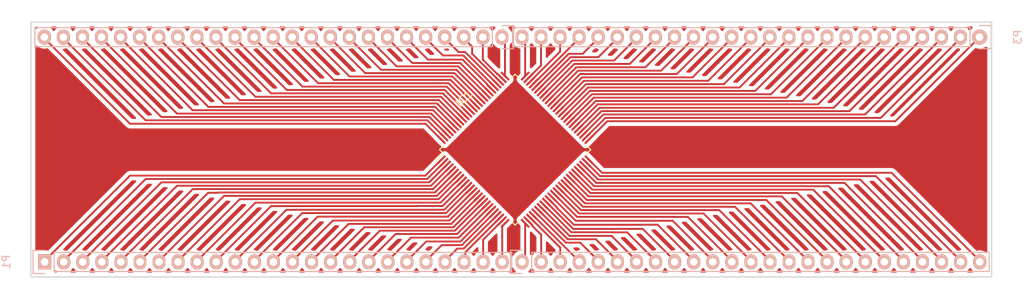
<source format=kicad_pcb>
(kicad_pcb (version 4) (host pcbnew "(2015-09-15 BZR 6201)-product")

  (general
    (links 198)
    (no_connects 110)
    (area 0 0 0 0)
    (thickness 1.6)
    (drawings 4)
    (tracks 471)
    (zones 0)
    (modules 5)
    (nets 101)
  )

  (page A4)
  (layers
    (0 F.Cu signal)
    (31 B.Cu signal)
    (32 B.Adhes user)
    (33 F.Adhes user)
    (34 B.Paste user)
    (35 F.Paste user)
    (36 B.SilkS user)
    (37 F.SilkS user)
    (38 B.Mask user)
    (39 F.Mask user)
    (40 Dwgs.User user)
    (41 Cmts.User user)
    (42 Eco1.User user)
    (43 Eco2.User user)
    (44 Edge.Cuts user)
    (45 Margin user)
    (46 B.CrtYd user)
    (47 F.CrtYd user)
    (48 B.Fab user)
    (49 F.Fab user)
  )

  (setup
    (last_trace_width 0.25)
    (trace_clearance 0.2)
    (zone_clearance 0.508)
    (zone_45_only no)
    (trace_min 0.2)
    (segment_width 0.2)
    (edge_width 0.15)
    (via_size 0.6)
    (via_drill 0.4)
    (via_min_size 0.4)
    (via_min_drill 0.3)
    (uvia_size 0.3)
    (uvia_drill 0.1)
    (uvias_allowed no)
    (uvia_min_size 0.2)
    (uvia_min_drill 0.1)
    (pcb_text_width 0.3)
    (pcb_text_size 1.5 1.5)
    (mod_edge_width 0.15)
    (mod_text_size 1 1)
    (mod_text_width 0.15)
    (pad_size 2.032 1.7272)
    (pad_drill 1.016)
    (pad_to_mask_clearance 0.2)
    (aux_axis_origin 0 0)
    (visible_elements FFFFFF7F)
    (pcbplotparams
      (layerselection 0x00030_80000001)
      (usegerberextensions false)
      (excludeedgelayer true)
      (linewidth 0.100000)
      (plotframeref false)
      (viasonmask false)
      (mode 1)
      (useauxorigin false)
      (hpglpennumber 1)
      (hpglpenspeed 20)
      (hpglpendiameter 15)
      (hpglpenoverlay 2)
      (psnegative false)
      (psa4output false)
      (plotreference true)
      (plotvalue true)
      (plotinvisibletext false)
      (padsonsilk false)
      (subtractmaskfromsilk false)
      (outputformat 1)
      (mirror false)
      (drillshape 1)
      (scaleselection 1)
      (outputdirectory ""))
  )

  (net 0 "")
  (net 1 /1)
  (net 2 /2)
  (net 3 /3)
  (net 4 /4)
  (net 5 /5)
  (net 6 /6)
  (net 7 /7)
  (net 8 /8)
  (net 9 /9)
  (net 10 /10)
  (net 11 /11)
  (net 12 /12)
  (net 13 /13)
  (net 14 /14)
  (net 15 /15)
  (net 16 /16)
  (net 17 /17)
  (net 18 /18)
  (net 19 /19)
  (net 20 /20)
  (net 21 /21)
  (net 22 /22)
  (net 23 /23)
  (net 24 /24)
  (net 25 /25)
  (net 26 /26)
  (net 27 /27)
  (net 28 /28)
  (net 29 /29)
  (net 30 /30)
  (net 31 /31)
  (net 32 /32)
  (net 33 /33)
  (net 34 /34)
  (net 35 /35)
  (net 36 /36)
  (net 37 /37)
  (net 38 /38)
  (net 39 /39)
  (net 40 /40)
  (net 41 /41)
  (net 42 /42)
  (net 43 /43)
  (net 44 /44)
  (net 45 /45)
  (net 46 /46)
  (net 47 /47)
  (net 48 /48)
  (net 49 /49)
  (net 50 /50)
  (net 51 /51)
  (net 52 /52)
  (net 53 /53)
  (net 54 /54)
  (net 55 /55)
  (net 56 /56)
  (net 57 /57)
  (net 58 /58)
  (net 59 /59)
  (net 60 /60)
  (net 61 /63)
  (net 62 /64)
  (net 63 /65)
  (net 64 /66)
  (net 65 /67)
  (net 66 /68)
  (net 67 /69)
  (net 68 /70)
  (net 69 /71)
  (net 70 /72)
  (net 71 /73)
  (net 72 /74)
  (net 73 /75)
  (net 74 /76)
  (net 75 /77)
  (net 76 /78)
  (net 77 /79)
  (net 78 /80)
  (net 79 /81)
  (net 80 /82)
  (net 81 /83)
  (net 82 /84)
  (net 83 /85)
  (net 84 /86)
  (net 85 /87)
  (net 86 /88)
  (net 87 /89)
  (net 88 /90)
  (net 89 /91)
  (net 90 /92)
  (net 91 /93)
  (net 92 /94)
  (net 93 /95)
  (net 94 /96)
  (net 95 /97)
  (net 96 /98)
  (net 97 /99)
  (net 98 /100)
  (net 99 /61)
  (net 100 /62)

  (net_class Default "This is the default net class."
    (clearance 0.2)
    (trace_width 0.25)
    (via_dia 0.6)
    (via_drill 0.4)
    (uvia_dia 0.3)
    (uvia_drill 0.1)
    (add_net /1)
    (add_net /10)
    (add_net /100)
    (add_net /11)
    (add_net /12)
    (add_net /13)
    (add_net /14)
    (add_net /15)
    (add_net /16)
    (add_net /17)
    (add_net /18)
    (add_net /19)
    (add_net /2)
    (add_net /20)
    (add_net /21)
    (add_net /22)
    (add_net /23)
    (add_net /24)
    (add_net /25)
    (add_net /26)
    (add_net /27)
    (add_net /28)
    (add_net /29)
    (add_net /3)
    (add_net /30)
    (add_net /31)
    (add_net /32)
    (add_net /33)
    (add_net /34)
    (add_net /35)
    (add_net /36)
    (add_net /37)
    (add_net /38)
    (add_net /39)
    (add_net /4)
    (add_net /40)
    (add_net /41)
    (add_net /42)
    (add_net /43)
    (add_net /44)
    (add_net /45)
    (add_net /46)
    (add_net /47)
    (add_net /48)
    (add_net /49)
    (add_net /5)
    (add_net /50)
    (add_net /51)
    (add_net /52)
    (add_net /53)
    (add_net /54)
    (add_net /55)
    (add_net /56)
    (add_net /57)
    (add_net /58)
    (add_net /59)
    (add_net /6)
    (add_net /60)
    (add_net /61)
    (add_net /62)
    (add_net /63)
    (add_net /64)
    (add_net /65)
    (add_net /66)
    (add_net /67)
    (add_net /68)
    (add_net /69)
    (add_net /7)
    (add_net /70)
    (add_net /71)
    (add_net /72)
    (add_net /73)
    (add_net /74)
    (add_net /75)
    (add_net /76)
    (add_net /77)
    (add_net /78)
    (add_net /79)
    (add_net /8)
    (add_net /80)
    (add_net /81)
    (add_net /82)
    (add_net /83)
    (add_net /84)
    (add_net /85)
    (add_net /86)
    (add_net /87)
    (add_net /88)
    (add_net /89)
    (add_net /9)
    (add_net /90)
    (add_net /91)
    (add_net /92)
    (add_net /93)
    (add_net /94)
    (add_net /95)
    (add_net /96)
    (add_net /97)
    (add_net /98)
    (add_net /99)
  )

  (module Pin_Headers:Pin_Header_Straight_1x25 (layer B.Cu) (tedit 0) (tstamp 5678819E)
    (at 85.83 120 270)
    (descr "Through hole pin header")
    (tags "pin header")
    (path /56787832)
    (fp_text reference P1 (at 0 5.1 270) (layer B.SilkS)
      (effects (font (size 1 1) (thickness 0.15)) (justify mirror))
    )
    (fp_text value CONN_01X25 (at 0 3.1 270) (layer B.Fab)
      (effects (font (size 1 1) (thickness 0.15)) (justify mirror))
    )
    (fp_line (start -1.75 1.75) (end -1.75 -62.75) (layer B.CrtYd) (width 0.05))
    (fp_line (start 1.75 1.75) (end 1.75 -62.75) (layer B.CrtYd) (width 0.05))
    (fp_line (start -1.75 1.75) (end 1.75 1.75) (layer B.CrtYd) (width 0.05))
    (fp_line (start -1.75 -62.75) (end 1.75 -62.75) (layer B.CrtYd) (width 0.05))
    (fp_line (start -1.27 -1.27) (end -1.27 -62.23) (layer B.SilkS) (width 0.15))
    (fp_line (start -1.27 -62.23) (end 1.27 -62.23) (layer B.SilkS) (width 0.15))
    (fp_line (start 1.27 -62.23) (end 1.27 -1.27) (layer B.SilkS) (width 0.15))
    (fp_line (start 1.55 1.55) (end 1.55 0) (layer B.SilkS) (width 0.15))
    (fp_line (start 1.27 -1.27) (end -1.27 -1.27) (layer B.SilkS) (width 0.15))
    (fp_line (start -1.55 0) (end -1.55 1.55) (layer B.SilkS) (width 0.15))
    (fp_line (start -1.55 1.55) (end 1.55 1.55) (layer B.SilkS) (width 0.15))
    (pad 1 thru_hole rect (at 0 0 270) (size 2.032 1.7272) (drill 1.016) (layers *.Cu *.Mask B.SilkS)
      (net 1 /1))
    (pad 2 thru_hole oval (at 0 -2.54 270) (size 2.032 1.7272) (drill 1.016) (layers *.Cu *.Mask B.SilkS)
      (net 2 /2))
    (pad 3 thru_hole oval (at 0 -5.08 270) (size 2.032 1.7272) (drill 1.016) (layers *.Cu *.Mask B.SilkS)
      (net 3 /3))
    (pad 4 thru_hole oval (at 0 -7.62 270) (size 2.032 1.7272) (drill 1.016) (layers *.Cu *.Mask B.SilkS)
      (net 4 /4))
    (pad 5 thru_hole oval (at 0 -10.16 270) (size 2.032 1.7272) (drill 1.016) (layers *.Cu *.Mask B.SilkS)
      (net 5 /5))
    (pad 6 thru_hole oval (at 0 -12.7 270) (size 2.032 1.7272) (drill 1.016) (layers *.Cu *.Mask B.SilkS)
      (net 6 /6))
    (pad 7 thru_hole oval (at 0 -15.24 270) (size 2.032 1.7272) (drill 1.016) (layers *.Cu *.Mask B.SilkS)
      (net 7 /7))
    (pad 8 thru_hole oval (at 0 -17.78 270) (size 2.032 1.7272) (drill 1.016) (layers *.Cu *.Mask B.SilkS)
      (net 8 /8))
    (pad 9 thru_hole oval (at 0 -20.32 270) (size 2.032 1.7272) (drill 1.016) (layers *.Cu *.Mask B.SilkS)
      (net 9 /9))
    (pad 10 thru_hole oval (at 0 -22.86 270) (size 2.032 1.7272) (drill 1.016) (layers *.Cu *.Mask B.SilkS)
      (net 10 /10))
    (pad 11 thru_hole oval (at 0 -25.4 270) (size 2.032 1.7272) (drill 1.016) (layers *.Cu *.Mask B.SilkS)
      (net 11 /11))
    (pad 12 thru_hole oval (at 0 -27.94 270) (size 2.032 1.7272) (drill 1.016) (layers *.Cu *.Mask B.SilkS)
      (net 12 /12))
    (pad 13 thru_hole oval (at 0 -30.48 270) (size 2.032 1.7272) (drill 1.016) (layers *.Cu *.Mask B.SilkS)
      (net 13 /13))
    (pad 14 thru_hole oval (at 0 -33.02 270) (size 2.032 1.7272) (drill 1.016) (layers *.Cu *.Mask B.SilkS)
      (net 14 /14))
    (pad 15 thru_hole oval (at 0 -35.56 270) (size 2.032 1.7272) (drill 1.016) (layers *.Cu *.Mask B.SilkS)
      (net 15 /15))
    (pad 16 thru_hole oval (at 0 -38.1 270) (size 2.032 1.7272) (drill 1.016) (layers *.Cu *.Mask B.SilkS)
      (net 16 /16))
    (pad 17 thru_hole oval (at 0 -40.64 270) (size 2.032 1.7272) (drill 1.016) (layers *.Cu *.Mask B.SilkS)
      (net 17 /17))
    (pad 18 thru_hole oval (at 0 -43.18 270) (size 2.032 1.7272) (drill 1.016) (layers *.Cu *.Mask B.SilkS)
      (net 18 /18))
    (pad 19 thru_hole oval (at 0 -45.72 270) (size 2.032 1.7272) (drill 1.016) (layers *.Cu *.Mask B.SilkS)
      (net 19 /19))
    (pad 20 thru_hole oval (at 0 -48.26 270) (size 2.032 1.7272) (drill 1.016) (layers *.Cu *.Mask B.SilkS)
      (net 20 /20))
    (pad 21 thru_hole oval (at 0 -50.8 270) (size 2.032 1.7272) (drill 1.016) (layers *.Cu *.Mask B.SilkS)
      (net 21 /21))
    (pad 22 thru_hole oval (at 0 -53.34 270) (size 2.032 1.7272) (drill 1.016) (layers *.Cu *.Mask B.SilkS)
      (net 22 /22))
    (pad 23 thru_hole oval (at 0 -55.88 270) (size 2.032 1.7272) (drill 1.016) (layers *.Cu *.Mask B.SilkS)
      (net 23 /23))
    (pad 24 thru_hole oval (at 0 -58.42 270) (size 2.032 1.7272) (drill 1.016) (layers *.Cu *.Mask B.SilkS)
      (net 24 /24))
    (pad 25 thru_hole oval (at 0 -60.96 270) (size 2.032 1.7272) (drill 1.016) (layers *.Cu *.Mask B.SilkS)
      (net 25 /25))
    (model Pin_Headers.3dshapes/Pin_Header_Straight_1x25.wrl
      (at (xyz 0 -1.2 0))
      (scale (xyz 1 1 1))
      (rotate (xyz 0 0 90))
    )
  )

  (module Pin_Headers:Pin_Header_Straight_1x25 (layer B.Cu) (tedit 567BCE57) (tstamp 567881BB)
    (at 149.44 119.99 270)
    (descr "Through hole pin header")
    (tags "pin header")
    (path /56787937)
    (fp_text reference P2 (at 0 5.1 270) (layer B.SilkS)
      (effects (font (size 1 1) (thickness 0.15)) (justify mirror))
    )
    (fp_text value CONN_01X25 (at -0.002402 2.82 270) (layer B.Fab)
      (effects (font (size 1 1) (thickness 0.15)) (justify mirror))
    )
    (fp_line (start -1.75 1.75) (end -1.75 -62.75) (layer B.CrtYd) (width 0.05))
    (fp_line (start 1.75 1.75) (end 1.75 -62.75) (layer B.CrtYd) (width 0.05))
    (fp_line (start -1.75 1.75) (end 1.75 1.75) (layer B.CrtYd) (width 0.05))
    (fp_line (start -1.75 -62.75) (end 1.75 -62.75) (layer B.CrtYd) (width 0.05))
    (fp_line (start -1.27 -1.27) (end -1.27 -62.23) (layer B.SilkS) (width 0.15))
    (fp_line (start -1.27 -62.23) (end 1.27 -62.23) (layer B.SilkS) (width 0.15))
    (fp_line (start 1.27 -62.23) (end 1.27 -1.27) (layer B.SilkS) (width 0.15))
    (fp_line (start 1.55 1.55) (end 1.55 0) (layer B.SilkS) (width 0.15))
    (fp_line (start 1.27 -1.27) (end -1.27 -1.27) (layer B.SilkS) (width 0.15))
    (fp_line (start -1.55 0) (end -1.55 1.55) (layer B.SilkS) (width 0.15))
    (fp_line (start -1.55 1.55) (end 1.55 1.55) (layer B.SilkS) (width 0.15))
    (pad 1 thru_hole oval (at 0 0 270) (size 2.032 1.7272) (drill 1.016) (layers *.Cu *.Mask B.SilkS)
      (net 26 /26))
    (pad 2 thru_hole oval (at 0 -2.54 270) (size 2.032 1.7272) (drill 1.016) (layers *.Cu *.Mask B.SilkS)
      (net 27 /27))
    (pad 3 thru_hole oval (at 0 -5.08 270) (size 2.032 1.7272) (drill 1.016) (layers *.Cu *.Mask B.SilkS)
      (net 28 /28))
    (pad 4 thru_hole oval (at 0 -7.62 270) (size 2.032 1.7272) (drill 1.016) (layers *.Cu *.Mask B.SilkS)
      (net 29 /29))
    (pad 5 thru_hole oval (at 0 -10.16 270) (size 2.032 1.7272) (drill 1.016) (layers *.Cu *.Mask B.SilkS)
      (net 30 /30))
    (pad 6 thru_hole oval (at 0 -12.7 270) (size 2.032 1.7272) (drill 1.016) (layers *.Cu *.Mask B.SilkS)
      (net 31 /31))
    (pad 7 thru_hole oval (at 0 -15.24 270) (size 2.032 1.7272) (drill 1.016) (layers *.Cu *.Mask B.SilkS)
      (net 32 /32))
    (pad 8 thru_hole oval (at 0 -17.78 270) (size 2.032 1.7272) (drill 1.016) (layers *.Cu *.Mask B.SilkS)
      (net 33 /33))
    (pad 9 thru_hole oval (at 0 -20.32 270) (size 2.032 1.7272) (drill 1.016) (layers *.Cu *.Mask B.SilkS)
      (net 34 /34))
    (pad 10 thru_hole oval (at 0 -22.86 270) (size 2.032 1.7272) (drill 1.016) (layers *.Cu *.Mask B.SilkS)
      (net 35 /35))
    (pad 11 thru_hole oval (at 0 -25.4 270) (size 2.032 1.7272) (drill 1.016) (layers *.Cu *.Mask B.SilkS)
      (net 36 /36))
    (pad 12 thru_hole oval (at 0 -27.94 270) (size 2.032 1.7272) (drill 1.016) (layers *.Cu *.Mask B.SilkS)
      (net 37 /37))
    (pad 13 thru_hole oval (at 0 -30.48 270) (size 2.032 1.7272) (drill 1.016) (layers *.Cu *.Mask B.SilkS)
      (net 38 /38))
    (pad 14 thru_hole oval (at 0 -33.02 270) (size 2.032 1.7272) (drill 1.016) (layers *.Cu *.Mask B.SilkS)
      (net 39 /39))
    (pad 15 thru_hole oval (at 0 -35.56 270) (size 2.032 1.7272) (drill 1.016) (layers *.Cu *.Mask B.SilkS)
      (net 40 /40))
    (pad 16 thru_hole oval (at 0 -38.1 270) (size 2.032 1.7272) (drill 1.016) (layers *.Cu *.Mask B.SilkS)
      (net 41 /41))
    (pad 17 thru_hole oval (at 0 -40.64 270) (size 2.032 1.7272) (drill 1.016) (layers *.Cu *.Mask B.SilkS)
      (net 42 /42))
    (pad 18 thru_hole oval (at 0 -43.18 270) (size 2.032 1.7272) (drill 1.016) (layers *.Cu *.Mask B.SilkS)
      (net 43 /43))
    (pad 19 thru_hole oval (at 0 -45.72 270) (size 2.032 1.7272) (drill 1.016) (layers *.Cu *.Mask B.SilkS)
      (net 44 /44))
    (pad 20 thru_hole oval (at 0 -48.26 270) (size 2.032 1.7272) (drill 1.016) (layers *.Cu *.Mask B.SilkS)
      (net 45 /45))
    (pad 21 thru_hole oval (at 0 -50.8 270) (size 2.032 1.7272) (drill 1.016) (layers *.Cu *.Mask B.SilkS)
      (net 46 /46))
    (pad 22 thru_hole oval (at 0 -53.34 270) (size 2.032 1.7272) (drill 1.016) (layers *.Cu *.Mask B.SilkS)
      (net 47 /47))
    (pad 23 thru_hole oval (at 0 -55.88 270) (size 2.032 1.7272) (drill 1.016) (layers *.Cu *.Mask B.SilkS)
      (net 48 /48))
    (pad 24 thru_hole oval (at 0 -58.42 270) (size 2.032 1.7272) (drill 1.016) (layers *.Cu *.Mask B.SilkS)
      (net 49 /49))
    (pad 25 thru_hole oval (at 0 -60.96 270) (size 2.032 1.7272) (drill 1.016) (layers *.Cu *.Mask B.SilkS)
      (net 50 /50))
    (model Pin_Headers.3dshapes/Pin_Header_Straight_1x25.wrl
      (at (xyz 0 -1.2 0))
      (scale (xyz 1 1 1))
      (rotate (xyz 0 0 90))
    )
  )

  (module Pin_Headers:Pin_Header_Straight_1x25 (layer B.Cu) (tedit 567881DB) (tstamp 567881D8)
    (at 210.38 90 90)
    (descr "Through hole pin header")
    (tags "pin header")
    (path /56787996)
    (fp_text reference P3 (at 0 5.1 90) (layer B.SilkS)
      (effects (font (size 1 1) (thickness 0.15)) (justify mirror))
    )
    (fp_text value CONN_01X25 (at 0 3.1 90) (layer B.Fab)
      (effects (font (size 1 1) (thickness 0.15)) (justify mirror))
    )
    (fp_line (start -1.75 1.75) (end -1.75 -62.75) (layer B.CrtYd) (width 0.05))
    (fp_line (start 1.75 1.75) (end 1.75 -62.75) (layer B.CrtYd) (width 0.05))
    (fp_line (start -1.75 1.75) (end 1.75 1.75) (layer B.CrtYd) (width 0.05))
    (fp_line (start -1.75 -62.75) (end 1.75 -62.75) (layer B.CrtYd) (width 0.05))
    (fp_line (start -1.27 -1.27) (end -1.27 -62.23) (layer B.SilkS) (width 0.15))
    (fp_line (start -1.27 -62.23) (end 1.27 -62.23) (layer B.SilkS) (width 0.15))
    (fp_line (start 1.27 -62.23) (end 1.27 -1.27) (layer B.SilkS) (width 0.15))
    (fp_line (start 1.55 1.55) (end 1.55 0) (layer B.SilkS) (width 0.15))
    (fp_line (start 1.27 -1.27) (end -1.27 -1.27) (layer B.SilkS) (width 0.15))
    (fp_line (start -1.55 0) (end -1.55 1.55) (layer B.SilkS) (width 0.15))
    (fp_line (start -1.55 1.55) (end 1.55 1.55) (layer B.SilkS) (width 0.15))
    (pad 1 thru_hole circle (at 0 0 90) (size 2.032 2.032) (drill 1.016) (layers *.Cu *.Mask B.SilkS)
      (net 51 /51))
    (pad 2 thru_hole oval (at 0 -2.54 90) (size 2.032 1.7272) (drill 1.016) (layers *.Cu *.Mask B.SilkS)
      (net 52 /52))
    (pad 3 thru_hole oval (at 0 -5.08 90) (size 2.032 1.7272) (drill 1.016) (layers *.Cu *.Mask B.SilkS)
      (net 53 /53))
    (pad 4 thru_hole oval (at 0 -7.62 90) (size 2.032 1.7272) (drill 1.016) (layers *.Cu *.Mask B.SilkS)
      (net 54 /54))
    (pad 5 thru_hole oval (at 0 -10.16 90) (size 2.032 1.7272) (drill 1.016) (layers *.Cu *.Mask B.SilkS)
      (net 55 /55))
    (pad 6 thru_hole oval (at 0 -12.7 90) (size 2.032 1.7272) (drill 1.016) (layers *.Cu *.Mask B.SilkS)
      (net 56 /56))
    (pad 7 thru_hole oval (at 0 -15.24 90) (size 2.032 1.7272) (drill 1.016) (layers *.Cu *.Mask B.SilkS)
      (net 57 /57))
    (pad 8 thru_hole oval (at 0 -17.78 90) (size 2.032 1.7272) (drill 1.016) (layers *.Cu *.Mask B.SilkS)
      (net 58 /58))
    (pad 9 thru_hole oval (at 0 -20.32 90) (size 2.032 1.7272) (drill 1.016) (layers *.Cu *.Mask B.SilkS)
      (net 59 /59))
    (pad 10 thru_hole oval (at 0 -22.86 90) (size 2.032 1.7272) (drill 1.016) (layers *.Cu *.Mask B.SilkS)
      (net 60 /60))
    (pad 11 thru_hole oval (at 0 -25.4 90) (size 2.032 1.7272) (drill 1.016) (layers *.Cu *.Mask B.SilkS)
      (net 99 /61))
    (pad 12 thru_hole oval (at 0 -27.94 90) (size 2.032 1.7272) (drill 1.016) (layers *.Cu *.Mask B.SilkS)
      (net 100 /62))
    (pad 13 thru_hole oval (at 0 -30.48 90) (size 2.032 1.7272) (drill 1.016) (layers *.Cu *.Mask B.SilkS)
      (net 61 /63))
    (pad 14 thru_hole oval (at 0 -33.02 90) (size 2.032 1.7272) (drill 1.016) (layers *.Cu *.Mask B.SilkS)
      (net 62 /64))
    (pad 15 thru_hole oval (at 0 -35.56 90) (size 2.032 1.7272) (drill 1.016) (layers *.Cu *.Mask B.SilkS)
      (net 63 /65))
    (pad 16 thru_hole oval (at 0 -38.1 90) (size 2.032 1.7272) (drill 1.016) (layers *.Cu *.Mask B.SilkS)
      (net 64 /66))
    (pad 17 thru_hole oval (at 0 -40.64 90) (size 2.032 1.7272) (drill 1.016) (layers *.Cu *.Mask B.SilkS)
      (net 65 /67))
    (pad 18 thru_hole oval (at 0 -43.18 90) (size 2.032 1.7272) (drill 1.016) (layers *.Cu *.Mask B.SilkS)
      (net 66 /68))
    (pad 19 thru_hole oval (at 0 -45.72 90) (size 2.032 1.7272) (drill 1.016) (layers *.Cu *.Mask B.SilkS)
      (net 67 /69))
    (pad 20 thru_hole oval (at 0 -48.26 90) (size 2.032 1.7272) (drill 1.016) (layers *.Cu *.Mask B.SilkS)
      (net 68 /70))
    (pad 21 thru_hole oval (at 0 -50.8 90) (size 2.032 1.7272) (drill 1.016) (layers *.Cu *.Mask B.SilkS)
      (net 69 /71))
    (pad 22 thru_hole oval (at 0 -53.34 90) (size 2.032 1.7272) (drill 1.016) (layers *.Cu *.Mask B.SilkS)
      (net 70 /72))
    (pad 23 thru_hole oval (at 0 -55.88 90) (size 2.032 1.7272) (drill 1.016) (layers *.Cu *.Mask B.SilkS)
      (net 71 /73))
    (pad 24 thru_hole oval (at 0 -58.42 90) (size 2.032 1.7272) (drill 1.016) (layers *.Cu *.Mask B.SilkS)
      (net 72 /74))
    (pad 25 thru_hole oval (at 0 -60.96 90) (size 2.032 1.7272) (drill 1.016) (layers *.Cu *.Mask B.SilkS)
      (net 73 /75))
    (model Pin_Headers.3dshapes/Pin_Header_Straight_1x25.wrl
      (at (xyz 0 -1.2 0))
      (scale (xyz 1 1 1))
      (rotate (xyz 0 0 90))
    )
  )

  (module Pin_Headers:Pin_Header_Straight_1x25 (layer B.Cu) (tedit 567BCE69) (tstamp 567881F5)
    (at 146.75 90 90)
    (descr "Through hole pin header")
    (tags "pin header")
    (path /56787A92)
    (fp_text reference P4 (at 0 5.1 90) (layer B.SilkS)
      (effects (font (size 1 1) (thickness 0.15)) (justify mirror))
    )
    (fp_text value CONN_01X25 (at 0 3.1 90) (layer B.Fab)
      (effects (font (size 1 1) (thickness 0.15)) (justify mirror))
    )
    (fp_line (start -1.75 1.75) (end -1.75 -62.75) (layer B.CrtYd) (width 0.05))
    (fp_line (start 1.75 1.75) (end 1.75 -62.75) (layer B.CrtYd) (width 0.05))
    (fp_line (start -1.75 1.75) (end 1.75 1.75) (layer B.CrtYd) (width 0.05))
    (fp_line (start -1.75 -62.75) (end 1.75 -62.75) (layer B.CrtYd) (width 0.05))
    (fp_line (start -1.27 -1.27) (end -1.27 -62.23) (layer B.SilkS) (width 0.15))
    (fp_line (start -1.27 -62.23) (end 1.27 -62.23) (layer B.SilkS) (width 0.15))
    (fp_line (start 1.27 -62.23) (end 1.27 -1.27) (layer B.SilkS) (width 0.15))
    (fp_line (start 1.55 1.55) (end 1.55 0) (layer B.SilkS) (width 0.15))
    (fp_line (start 1.27 -1.27) (end -1.27 -1.27) (layer B.SilkS) (width 0.15))
    (fp_line (start -1.55 0) (end -1.55 1.55) (layer B.SilkS) (width 0.15))
    (fp_line (start -1.55 1.55) (end 1.55 1.55) (layer B.SilkS) (width 0.15))
    (pad 1 thru_hole oval (at 0 0 90) (size 2.032 1.7272) (drill 1.016) (layers *.Cu *.Mask B.SilkS)
      (net 74 /76))
    (pad 2 thru_hole oval (at 0 -2.54 90) (size 2.032 1.7272) (drill 1.016) (layers *.Cu *.Mask B.SilkS)
      (net 75 /77))
    (pad 3 thru_hole oval (at 0 -5.08 90) (size 2.032 1.7272) (drill 1.016) (layers *.Cu *.Mask B.SilkS)
      (net 76 /78))
    (pad 4 thru_hole oval (at 0 -7.62 90) (size 2.032 1.7272) (drill 1.016) (layers *.Cu *.Mask B.SilkS)
      (net 77 /79))
    (pad 5 thru_hole oval (at 0 -10.16 90) (size 2.032 1.7272) (drill 1.016) (layers *.Cu *.Mask B.SilkS)
      (net 78 /80))
    (pad 6 thru_hole oval (at 0 -12.7 90) (size 2.032 1.7272) (drill 1.016) (layers *.Cu *.Mask B.SilkS)
      (net 79 /81))
    (pad 7 thru_hole oval (at 0 -15.24 90) (size 2.032 1.7272) (drill 1.016) (layers *.Cu *.Mask B.SilkS)
      (net 80 /82))
    (pad 8 thru_hole oval (at 0 -17.78 90) (size 2.032 1.7272) (drill 1.016) (layers *.Cu *.Mask B.SilkS)
      (net 81 /83))
    (pad 9 thru_hole oval (at 0 -20.32 90) (size 2.032 1.7272) (drill 1.016) (layers *.Cu *.Mask B.SilkS)
      (net 82 /84))
    (pad 10 thru_hole oval (at 0 -22.86 90) (size 2.032 1.7272) (drill 1.016) (layers *.Cu *.Mask B.SilkS)
      (net 83 /85))
    (pad 11 thru_hole oval (at 0 -25.4 90) (size 2.032 1.7272) (drill 1.016) (layers *.Cu *.Mask B.SilkS)
      (net 84 /86))
    (pad 12 thru_hole oval (at 0 -27.94 90) (size 2.032 1.7272) (drill 1.016) (layers *.Cu *.Mask B.SilkS)
      (net 85 /87))
    (pad 13 thru_hole oval (at 0 -30.48 90) (size 2.032 1.7272) (drill 1.016) (layers *.Cu *.Mask B.SilkS)
      (net 86 /88))
    (pad 14 thru_hole oval (at 0 -33.02 90) (size 2.032 1.7272) (drill 1.016) (layers *.Cu *.Mask B.SilkS)
      (net 87 /89))
    (pad 15 thru_hole oval (at 0 -35.56 90) (size 2.032 1.7272) (drill 1.016) (layers *.Cu *.Mask B.SilkS)
      (net 88 /90))
    (pad 16 thru_hole oval (at 0 -38.1 90) (size 2.032 1.7272) (drill 1.016) (layers *.Cu *.Mask B.SilkS)
      (net 89 /91))
    (pad 17 thru_hole oval (at 0 -40.64 90) (size 2.032 1.7272) (drill 1.016) (layers *.Cu *.Mask B.SilkS)
      (net 90 /92))
    (pad 18 thru_hole oval (at 0 -43.18 90) (size 2.032 1.7272) (drill 1.016) (layers *.Cu *.Mask B.SilkS)
      (net 91 /93))
    (pad 19 thru_hole oval (at 0 -45.72 90) (size 2.032 1.7272) (drill 1.016) (layers *.Cu *.Mask B.SilkS)
      (net 92 /94))
    (pad 20 thru_hole oval (at 0 -48.26 90) (size 2.032 1.7272) (drill 1.016) (layers *.Cu *.Mask B.SilkS)
      (net 93 /95))
    (pad 21 thru_hole oval (at 0 -50.8 90) (size 2.032 1.7272) (drill 1.016) (layers *.Cu *.Mask B.SilkS)
      (net 94 /96))
    (pad 22 thru_hole oval (at 0 -53.34 90) (size 2.032 1.7272) (drill 1.016) (layers *.Cu *.Mask B.SilkS)
      (net 95 /97))
    (pad 23 thru_hole oval (at 0 -55.88 90) (size 2.032 1.7272) (drill 1.016) (layers *.Cu *.Mask B.SilkS)
      (net 96 /98))
    (pad 24 thru_hole oval (at 0 -58.42 90) (size 2.032 1.7272) (drill 1.016) (layers *.Cu *.Mask B.SilkS)
      (net 97 /99))
    (pad 25 thru_hole oval (at 0 -60.96 90) (size 2.032 1.7272) (drill 1.016) (layers *.Cu *.Mask B.SilkS)
      (net 98 /100))
    (model Pin_Headers.3dshapes/Pin_Header_Straight_1x25.wrl
      (at (xyz 0 -1.2 0))
      (scale (xyz 1 1 1))
      (rotate (xyz 0 0 90))
    )
  )

  (module Housings_QFP:LQFP-100_14x14mm_Pitch0.5mm (layer F.Cu) (tedit 54130A77) (tstamp 567FC92E)
    (at 148.508784 105.016497 45)
    (descr "LQFP100: plastic low profile quad flat package; 100 leads; body 14 x 14 x 1.4 mm (see NXP sot407-1_po.pdf and sot407-1_fr.pdf)")
    (tags "QFP 0.5")
    (path /56787776)
    (attr smd)
    (fp_text reference IC1 (at 0 -9.65 45) (layer F.SilkS)
      (effects (font (size 1 1) (thickness 0.15)))
    )
    (fp_text value ATMEGA2560-A (at 0 9.65 45) (layer F.Fab)
      (effects (font (size 1 1) (thickness 0.15)))
    )
    (fp_line (start -8.9 -8.9) (end -8.9 8.9) (layer F.CrtYd) (width 0.05))
    (fp_line (start 8.9 -8.9) (end 8.9 8.9) (layer F.CrtYd) (width 0.05))
    (fp_line (start -8.9 -8.9) (end 8.9 -8.9) (layer F.CrtYd) (width 0.05))
    (fp_line (start -8.9 8.9) (end 8.9 8.9) (layer F.CrtYd) (width 0.05))
    (fp_line (start -7.125 -7.125) (end -7.125 -6.365) (layer F.SilkS) (width 0.15))
    (fp_line (start 7.125 -7.125) (end 7.125 -6.365) (layer F.SilkS) (width 0.15))
    (fp_line (start 7.125 7.125) (end 7.125 6.365) (layer F.SilkS) (width 0.15))
    (fp_line (start -7.125 7.125) (end -7.125 6.365) (layer F.SilkS) (width 0.15))
    (fp_line (start -7.125 -7.125) (end -6.365 -7.125) (layer F.SilkS) (width 0.15))
    (fp_line (start -7.125 7.125) (end -6.365 7.125) (layer F.SilkS) (width 0.15))
    (fp_line (start 7.125 7.125) (end 6.365 7.125) (layer F.SilkS) (width 0.15))
    (fp_line (start 7.125 -7.125) (end 6.365 -7.125) (layer F.SilkS) (width 0.15))
    (fp_line (start -7.125 -6.365) (end -8.65 -6.365) (layer F.SilkS) (width 0.15))
    (pad 1 smd rect (at -7.9 -6 45) (size 1.5 0.28) (layers F.Cu F.Paste F.Mask)
      (net 1 /1))
    (pad 2 smd rect (at -7.9 -5.5 45) (size 1.5 0.28) (layers F.Cu F.Paste F.Mask)
      (net 2 /2))
    (pad 3 smd rect (at -7.9 -5 45) (size 1.5 0.28) (layers F.Cu F.Paste F.Mask)
      (net 3 /3))
    (pad 4 smd rect (at -7.9 -4.5 45) (size 1.5 0.28) (layers F.Cu F.Paste F.Mask)
      (net 4 /4))
    (pad 5 smd rect (at -7.9 -4 45) (size 1.5 0.28) (layers F.Cu F.Paste F.Mask)
      (net 5 /5))
    (pad 6 smd rect (at -7.9 -3.5 45) (size 1.5 0.28) (layers F.Cu F.Paste F.Mask)
      (net 6 /6))
    (pad 7 smd rect (at -7.9 -3 45) (size 1.5 0.28) (layers F.Cu F.Paste F.Mask)
      (net 7 /7))
    (pad 8 smd rect (at -7.9 -2.5 45) (size 1.5 0.28) (layers F.Cu F.Paste F.Mask)
      (net 8 /8))
    (pad 9 smd rect (at -7.9 -2 45) (size 1.5 0.28) (layers F.Cu F.Paste F.Mask)
      (net 9 /9))
    (pad 10 smd rect (at -7.9 -1.5 45) (size 1.5 0.28) (layers F.Cu F.Paste F.Mask)
      (net 10 /10))
    (pad 11 smd rect (at -7.9 -1 45) (size 1.5 0.28) (layers F.Cu F.Paste F.Mask)
      (net 11 /11))
    (pad 12 smd rect (at -7.9 -0.5 45) (size 1.5 0.28) (layers F.Cu F.Paste F.Mask)
      (net 12 /12))
    (pad 13 smd rect (at -7.9 0 45) (size 1.5 0.28) (layers F.Cu F.Paste F.Mask)
      (net 13 /13))
    (pad 14 smd rect (at -7.9 0.5 45) (size 1.5 0.28) (layers F.Cu F.Paste F.Mask)
      (net 14 /14))
    (pad 15 smd rect (at -7.9 1 45) (size 1.5 0.28) (layers F.Cu F.Paste F.Mask)
      (net 15 /15))
    (pad 16 smd rect (at -7.9 1.5 45) (size 1.5 0.28) (layers F.Cu F.Paste F.Mask)
      (net 16 /16))
    (pad 17 smd rect (at -7.9 2 45) (size 1.5 0.28) (layers F.Cu F.Paste F.Mask)
      (net 17 /17))
    (pad 18 smd rect (at -7.9 2.5 45) (size 1.5 0.28) (layers F.Cu F.Paste F.Mask)
      (net 18 /18))
    (pad 19 smd rect (at -7.9 3 45) (size 1.5 0.28) (layers F.Cu F.Paste F.Mask)
      (net 19 /19))
    (pad 20 smd rect (at -7.9 3.5 45) (size 1.5 0.28) (layers F.Cu F.Paste F.Mask)
      (net 20 /20))
    (pad 21 smd rect (at -7.9 4 45) (size 1.5 0.28) (layers F.Cu F.Paste F.Mask)
      (net 21 /21))
    (pad 22 smd rect (at -7.9 4.5 45) (size 1.5 0.28) (layers F.Cu F.Paste F.Mask)
      (net 22 /22))
    (pad 23 smd rect (at -7.9 5 45) (size 1.5 0.28) (layers F.Cu F.Paste F.Mask)
      (net 23 /23))
    (pad 24 smd rect (at -7.9 5.5 45) (size 1.5 0.28) (layers F.Cu F.Paste F.Mask)
      (net 24 /24))
    (pad 25 smd rect (at -7.9 6 45) (size 1.5 0.28) (layers F.Cu F.Paste F.Mask)
      (net 25 /25))
    (pad 26 smd rect (at -6 7.9 135) (size 1.5 0.28) (layers F.Cu F.Paste F.Mask)
      (net 26 /26))
    (pad 27 smd rect (at -5.5 7.9 135) (size 1.5 0.28) (layers F.Cu F.Paste F.Mask)
      (net 27 /27))
    (pad 28 smd rect (at -5 7.9 135) (size 1.5 0.28) (layers F.Cu F.Paste F.Mask)
      (net 28 /28))
    (pad 29 smd rect (at -4.5 7.9 135) (size 1.5 0.28) (layers F.Cu F.Paste F.Mask)
      (net 29 /29))
    (pad 30 smd rect (at -4 7.9 135) (size 1.5 0.28) (layers F.Cu F.Paste F.Mask)
      (net 30 /30))
    (pad 31 smd rect (at -3.5 7.9 135) (size 1.5 0.28) (layers F.Cu F.Paste F.Mask)
      (net 31 /31))
    (pad 32 smd rect (at -3 7.9 135) (size 1.5 0.28) (layers F.Cu F.Paste F.Mask)
      (net 32 /32))
    (pad 33 smd rect (at -2.5 7.9 135) (size 1.5 0.28) (layers F.Cu F.Paste F.Mask)
      (net 33 /33))
    (pad 34 smd rect (at -2 7.9 135) (size 1.5 0.28) (layers F.Cu F.Paste F.Mask)
      (net 34 /34))
    (pad 35 smd rect (at -1.5 7.9 135) (size 1.5 0.28) (layers F.Cu F.Paste F.Mask)
      (net 35 /35))
    (pad 36 smd rect (at -1 7.9 135) (size 1.5 0.28) (layers F.Cu F.Paste F.Mask)
      (net 36 /36))
    (pad 37 smd rect (at -0.5 7.9 135) (size 1.5 0.28) (layers F.Cu F.Paste F.Mask)
      (net 37 /37))
    (pad 38 smd rect (at 0 7.9 135) (size 1.5 0.28) (layers F.Cu F.Paste F.Mask)
      (net 38 /38))
    (pad 39 smd rect (at 0.5 7.9 135) (size 1.5 0.28) (layers F.Cu F.Paste F.Mask)
      (net 39 /39))
    (pad 40 smd rect (at 1 7.9 135) (size 1.5 0.28) (layers F.Cu F.Paste F.Mask)
      (net 40 /40))
    (pad 41 smd rect (at 1.5 7.9 135) (size 1.5 0.28) (layers F.Cu F.Paste F.Mask)
      (net 41 /41))
    (pad 42 smd rect (at 2 7.9 135) (size 1.5 0.28) (layers F.Cu F.Paste F.Mask)
      (net 42 /42))
    (pad 43 smd rect (at 2.5 7.9 135) (size 1.5 0.28) (layers F.Cu F.Paste F.Mask)
      (net 43 /43))
    (pad 44 smd rect (at 3 7.9 135) (size 1.5 0.28) (layers F.Cu F.Paste F.Mask)
      (net 44 /44))
    (pad 45 smd rect (at 3.5 7.9 135) (size 1.5 0.28) (layers F.Cu F.Paste F.Mask)
      (net 45 /45))
    (pad 46 smd rect (at 4 7.9 135) (size 1.5 0.28) (layers F.Cu F.Paste F.Mask)
      (net 46 /46))
    (pad 47 smd rect (at 4.5 7.9 135) (size 1.5 0.28) (layers F.Cu F.Paste F.Mask)
      (net 47 /47))
    (pad 48 smd rect (at 5 7.9 135) (size 1.5 0.28) (layers F.Cu F.Paste F.Mask)
      (net 48 /48))
    (pad 49 smd rect (at 5.5 7.9 135) (size 1.5 0.28) (layers F.Cu F.Paste F.Mask)
      (net 49 /49))
    (pad 50 smd rect (at 6 7.9 135) (size 1.5 0.28) (layers F.Cu F.Paste F.Mask)
      (net 50 /50))
    (pad 51 smd rect (at 7.9 6 45) (size 1.5 0.28) (layers F.Cu F.Paste F.Mask)
      (net 51 /51))
    (pad 52 smd rect (at 7.9 5.5 45) (size 1.5 0.28) (layers F.Cu F.Paste F.Mask)
      (net 52 /52))
    (pad 53 smd rect (at 7.9 5 45) (size 1.5 0.28) (layers F.Cu F.Paste F.Mask)
      (net 53 /53))
    (pad 54 smd rect (at 7.9 4.5 45) (size 1.5 0.28) (layers F.Cu F.Paste F.Mask)
      (net 54 /54))
    (pad 55 smd rect (at 7.9 4 45) (size 1.5 0.28) (layers F.Cu F.Paste F.Mask)
      (net 55 /55))
    (pad 56 smd rect (at 7.9 3.5 45) (size 1.5 0.28) (layers F.Cu F.Paste F.Mask)
      (net 56 /56))
    (pad 57 smd rect (at 7.9 3 45) (size 1.5 0.28) (layers F.Cu F.Paste F.Mask)
      (net 57 /57))
    (pad 58 smd rect (at 7.9 2.5 45) (size 1.5 0.28) (layers F.Cu F.Paste F.Mask)
      (net 58 /58))
    (pad 59 smd rect (at 7.9 2 45) (size 1.5 0.28) (layers F.Cu F.Paste F.Mask)
      (net 59 /59))
    (pad 60 smd rect (at 7.9 1.5 45) (size 1.5 0.28) (layers F.Cu F.Paste F.Mask)
      (net 60 /60))
    (pad 61 smd rect (at 7.9 1 45) (size 1.5 0.28) (layers F.Cu F.Paste F.Mask)
      (net 99 /61))
    (pad 62 smd rect (at 7.9 0.5 45) (size 1.5 0.28) (layers F.Cu F.Paste F.Mask)
      (net 100 /62))
    (pad 63 smd rect (at 7.9 0 45) (size 1.5 0.28) (layers F.Cu F.Paste F.Mask)
      (net 61 /63))
    (pad 64 smd rect (at 7.9 -0.5 45) (size 1.5 0.28) (layers F.Cu F.Paste F.Mask)
      (net 62 /64))
    (pad 65 smd rect (at 7.9 -1 45) (size 1.5 0.28) (layers F.Cu F.Paste F.Mask)
      (net 63 /65))
    (pad 66 smd rect (at 7.9 -1.5 45) (size 1.5 0.28) (layers F.Cu F.Paste F.Mask)
      (net 64 /66))
    (pad 67 smd rect (at 7.9 -2 45) (size 1.5 0.28) (layers F.Cu F.Paste F.Mask)
      (net 65 /67))
    (pad 68 smd rect (at 7.9 -2.5 45) (size 1.5 0.28) (layers F.Cu F.Paste F.Mask)
      (net 66 /68))
    (pad 69 smd rect (at 7.9 -3 45) (size 1.5 0.28) (layers F.Cu F.Paste F.Mask)
      (net 67 /69))
    (pad 70 smd rect (at 7.9 -3.5 45) (size 1.5 0.28) (layers F.Cu F.Paste F.Mask)
      (net 68 /70))
    (pad 71 smd rect (at 7.9 -4 45) (size 1.5 0.28) (layers F.Cu F.Paste F.Mask)
      (net 69 /71))
    (pad 72 smd rect (at 7.9 -4.5 45) (size 1.5 0.28) (layers F.Cu F.Paste F.Mask)
      (net 70 /72))
    (pad 73 smd rect (at 7.9 -5 45) (size 1.5 0.28) (layers F.Cu F.Paste F.Mask)
      (net 71 /73))
    (pad 74 smd rect (at 7.9 -5.5 45) (size 1.5 0.28) (layers F.Cu F.Paste F.Mask)
      (net 72 /74))
    (pad 75 smd rect (at 7.9 -6 45) (size 1.5 0.28) (layers F.Cu F.Paste F.Mask)
      (net 73 /75))
    (pad 76 smd rect (at 6 -7.9 135) (size 1.5 0.28) (layers F.Cu F.Paste F.Mask)
      (net 74 /76))
    (pad 77 smd rect (at 5.5 -7.9 135) (size 1.5 0.28) (layers F.Cu F.Paste F.Mask)
      (net 75 /77))
    (pad 78 smd rect (at 5 -7.9 135) (size 1.5 0.28) (layers F.Cu F.Paste F.Mask)
      (net 76 /78))
    (pad 79 smd rect (at 4.5 -7.9 135) (size 1.5 0.28) (layers F.Cu F.Paste F.Mask)
      (net 77 /79))
    (pad 80 smd rect (at 4 -7.9 135) (size 1.5 0.28) (layers F.Cu F.Paste F.Mask)
      (net 78 /80))
    (pad 81 smd rect (at 3.5 -7.9 135) (size 1.5 0.28) (layers F.Cu F.Paste F.Mask)
      (net 79 /81))
    (pad 82 smd rect (at 3 -7.9 135) (size 1.5 0.28) (layers F.Cu F.Paste F.Mask)
      (net 80 /82))
    (pad 83 smd rect (at 2.5 -7.9 135) (size 1.5 0.28) (layers F.Cu F.Paste F.Mask)
      (net 81 /83))
    (pad 84 smd rect (at 2 -7.9 135) (size 1.5 0.28) (layers F.Cu F.Paste F.Mask)
      (net 82 /84))
    (pad 85 smd rect (at 1.5 -7.9 135) (size 1.5 0.28) (layers F.Cu F.Paste F.Mask)
      (net 83 /85))
    (pad 86 smd rect (at 1 -7.9 135) (size 1.5 0.28) (layers F.Cu F.Paste F.Mask)
      (net 84 /86))
    (pad 87 smd rect (at 0.5 -7.9 135) (size 1.5 0.28) (layers F.Cu F.Paste F.Mask)
      (net 85 /87))
    (pad 88 smd rect (at 0 -7.9 135) (size 1.5 0.28) (layers F.Cu F.Paste F.Mask)
      (net 86 /88))
    (pad 89 smd rect (at -0.5 -7.9 135) (size 1.5 0.28) (layers F.Cu F.Paste F.Mask)
      (net 87 /89))
    (pad 90 smd rect (at -1 -7.9 135) (size 1.5 0.28) (layers F.Cu F.Paste F.Mask)
      (net 88 /90))
    (pad 91 smd rect (at -1.5 -7.9 135) (size 1.5 0.28) (layers F.Cu F.Paste F.Mask)
      (net 89 /91))
    (pad 92 smd rect (at -2 -7.9 135) (size 1.5 0.28) (layers F.Cu F.Paste F.Mask)
      (net 90 /92))
    (pad 93 smd rect (at -2.5 -7.9 135) (size 1.5 0.28) (layers F.Cu F.Paste F.Mask)
      (net 91 /93))
    (pad 94 smd rect (at -3 -7.9 135) (size 1.5 0.28) (layers F.Cu F.Paste F.Mask)
      (net 92 /94))
    (pad 95 smd rect (at -3.5 -7.9 135) (size 1.5 0.28) (layers F.Cu F.Paste F.Mask)
      (net 93 /95))
    (pad 96 smd rect (at -4 -7.9 135) (size 1.5 0.28) (layers F.Cu F.Paste F.Mask)
      (net 94 /96))
    (pad 97 smd rect (at -4.5 -7.9 135) (size 1.5 0.28) (layers F.Cu F.Paste F.Mask)
      (net 95 /97))
    (pad 98 smd rect (at -5 -7.9 135) (size 1.5 0.28) (layers F.Cu F.Paste F.Mask)
      (net 96 /98))
    (pad 99 smd rect (at -5.5 -7.9 135) (size 1.5 0.28) (layers F.Cu F.Paste F.Mask)
      (net 97 /99))
    (pad 100 smd rect (at -6 -7.9 135) (size 1.5 0.28) (layers F.Cu F.Paste F.Mask)
      (net 98 /100))
    (model Housings_QFP.3dshapes/LQFP-100_14x14mm_Pitch0.5mm.wrl
      (at (xyz 0 0 0))
      (scale (xyz 1 1 1))
      (rotate (xyz 0 0 0))
    )
  )

  (gr_line (start 212 88) (end 84 88) (layer Edge.Cuts) (width 0.15))
  (gr_line (start 212 122) (end 212 88) (layer Edge.Cuts) (width 0.15))
  (gr_line (start 84 122) (end 212 122) (layer Edge.Cuts) (width 0.15))
  (gr_line (start 84 88) (end 84 122) (layer Edge.Cuts) (width 0.15))

  (segment (start 136.544516 108.474903) (end 97.202697 108.474903) (width 0.25) (layer F.Cu) (net 1))
  (segment (start 97.202697 108.474903) (end 85.83 119.8476) (width 0.25) (layer F.Cu) (net 1))
  (segment (start 85.83 119.8476) (end 85.83 120) (width 0.25) (layer F.Cu) (net 1))
  (segment (start 138.672316 106.347103) (end 136.544516 108.474903) (width 0.25) (layer F.Cu) (net 1))
  (segment (start 136.801612 108.924913) (end 99.292687 108.924913) (width 0.25) (layer F.Cu) (net 2))
  (segment (start 99.292687 108.924913) (end 88.37 119.8476) (width 0.25) (layer F.Cu) (net 2))
  (segment (start 88.37 119.8476) (end 88.37 120) (width 0.25) (layer F.Cu) (net 2))
  (segment (start 139.025869 106.700656) (end 136.801612 108.924913) (width 0.25) (layer F.Cu) (net 2))
  (segment (start 137.05871 109.374923) (end 101.382677 109.374923) (width 0.25) (layer F.Cu) (net 3))
  (segment (start 101.382677 109.374923) (end 90.91 119.8476) (width 0.25) (layer F.Cu) (net 3))
  (segment (start 90.91 119.8476) (end 90.91 120) (width 0.25) (layer F.Cu) (net 3))
  (segment (start 139.379423 107.05421) (end 137.05871 109.374923) (width 0.25) (layer F.Cu) (net 3))
  (segment (start 137.315806 109.824933) (end 103.472667 109.824933) (width 0.25) (layer F.Cu) (net 4))
  (segment (start 103.472667 109.824933) (end 93.45 119.8476) (width 0.25) (layer F.Cu) (net 4))
  (segment (start 93.45 119.8476) (end 93.45 120) (width 0.25) (layer F.Cu) (net 4))
  (segment (start 139.732976 107.407763) (end 137.315806 109.824933) (width 0.25) (layer F.Cu) (net 4))
  (segment (start 137.572902 110.274943) (end 105.562657 110.274943) (width 0.25) (layer F.Cu) (net 5))
  (segment (start 105.562657 110.274943) (end 95.99 119.8476) (width 0.25) (layer F.Cu) (net 5))
  (segment (start 95.99 119.8476) (end 95.99 120) (width 0.25) (layer F.Cu) (net 5))
  (segment (start 140.086529 107.761316) (end 137.572902 110.274943) (width 0.25) (layer F.Cu) (net 5))
  (segment (start 108.86 110.77) (end 107.6076 110.77) (width 0.25) (layer F.Cu) (net 6))
  (segment (start 107.6076 110.77) (end 98.53 119.8476) (width 0.25) (layer F.Cu) (net 6))
  (segment (start 98.53 119.8476) (end 98.53 120) (width 0.25) (layer F.Cu) (net 6))
  (segment (start 108.90004 110.72996) (end 108.86 110.77) (width 0.25) (layer F.Cu) (net 6))
  (segment (start 137.83 110.724953) (end 109.885047 110.724953) (width 0.25) (layer F.Cu) (net 6))
  (segment (start 109.885047 110.724953) (end 109.88004 110.72996) (width 0.25) (layer F.Cu) (net 6))
  (segment (start 109.88004 110.72996) (end 108.90004 110.72996) (width 0.25) (layer F.Cu) (net 6))
  (segment (start 140.440083 108.11487) (end 137.83 110.724953) (width 0.25) (layer F.Cu) (net 6))
  (segment (start 138.082089 111.17997) (end 109.73763 111.17997) (width 0.25) (layer F.Cu) (net 7))
  (segment (start 109.73763 111.17997) (end 101.07 119.8476) (width 0.25) (layer F.Cu) (net 7))
  (segment (start 101.07 119.8476) (end 101.07 120) (width 0.25) (layer F.Cu) (net 7))
  (segment (start 140.793636 108.468423) (end 138.082089 111.17997) (width 0.25) (layer F.Cu) (net 7))
  (segment (start 141.147189 108.821977) (end 140.546149 109.423017) (width 0.25) (layer F.Cu) (net 8))
  (segment (start 140.546149 109.423017) (end 140.506983 109.423017) (width 0.25) (layer F.Cu) (net 8))
  (segment (start 140.506983 109.423017) (end 138.30002 111.62998) (width 0.25) (layer F.Cu) (net 8))
  (segment (start 138.30002 111.62998) (end 111.82762 111.62998) (width 0.25) (layer F.Cu) (net 8))
  (segment (start 111.82762 111.62998) (end 103.61 119.8476) (width 0.25) (layer F.Cu) (net 8))
  (segment (start 103.61 119.8476) (end 103.61 120) (width 0.25) (layer F.Cu) (net 8))
  (segment (start 140.88343 109.77657) (end 138.58001 112.07999) (width 0.25) (layer F.Cu) (net 9))
  (segment (start 138.58001 112.07999) (end 113.91761 112.07999) (width 0.25) (layer F.Cu) (net 9))
  (segment (start 113.91761 112.07999) (end 106.15 119.8476) (width 0.25) (layer F.Cu) (net 9))
  (segment (start 106.15 119.8476) (end 106.15 120) (width 0.25) (layer F.Cu) (net 9))
  (segment (start 141.500743 109.17553) (end 140.899703 109.77657) (width 0.25) (layer F.Cu) (net 9))
  (segment (start 140.899703 109.77657) (end 140.88343 109.77657) (width 0.25) (layer F.Cu) (net 9))
  (segment (start 135.41 112.55) (end 115.9876 112.55) (width 0.25) (layer F.Cu) (net 10))
  (segment (start 115.9876 112.55) (end 108.69 119.8476) (width 0.25) (layer F.Cu) (net 10))
  (segment (start 108.69 119.8476) (end 108.69 120) (width 0.25) (layer F.Cu) (net 10))
  (segment (start 138.853379 112.53) (end 135.43 112.53) (width 0.25) (layer F.Cu) (net 10))
  (segment (start 135.43 112.53) (end 135.41 112.55) (width 0.25) (layer F.Cu) (net 10))
  (segment (start 141.854296 109.529083) (end 138.853379 112.53) (width 0.25) (layer F.Cu) (net 10))
  (segment (start 119.38 113.04) (end 118.0376 113.04) (width 0.25) (layer F.Cu) (net 11))
  (segment (start 118.0376 113.04) (end 111.23 119.8476) (width 0.25) (layer F.Cu) (net 11))
  (segment (start 111.23 119.8476) (end 111.23 120) (width 0.25) (layer F.Cu) (net 11))
  (segment (start 119.39001 113.02999) (end 119.38 113.04) (width 0.25) (layer F.Cu) (net 11))
  (segment (start 141.60681 110.49319) (end 139.07001 113.02999) (width 0.25) (layer F.Cu) (net 11))
  (segment (start 139.07001 113.02999) (end 119.39001 113.02999) (width 0.25) (layer F.Cu) (net 11))
  (segment (start 142.20785 109.882637) (end 141.60681 110.483677) (width 0.25) (layer F.Cu) (net 11))
  (segment (start 141.60681 110.483677) (end 141.60681 110.49319) (width 0.25) (layer F.Cu) (net 11))
  (segment (start 139.29 113.48) (end 120.1376 113.48) (width 0.25) (layer F.Cu) (net 12))
  (segment (start 120.1376 113.48) (end 113.77 119.8476) (width 0.25) (layer F.Cu) (net 12))
  (segment (start 113.77 119.8476) (end 113.77 120) (width 0.25) (layer F.Cu) (net 12))
  (segment (start 141.93277 110.83723) (end 139.29 113.48) (width 0.25) (layer F.Cu) (net 12))
  (segment (start 142.561403 110.23619) (end 141.960363 110.83723) (width 0.25) (layer F.Cu) (net 12))
  (segment (start 141.960363 110.83723) (end 141.93277 110.83723) (width 0.25) (layer F.Cu) (net 12))
  (segment (start 139.56 113.95) (end 122.2076 113.95) (width 0.25) (layer F.Cu) (net 13))
  (segment (start 122.2076 113.95) (end 116.31 119.8476) (width 0.25) (layer F.Cu) (net 13))
  (segment (start 116.31 119.8476) (end 116.31 120) (width 0.25) (layer F.Cu) (net 13))
  (segment (start 142.313916 111.196084) (end 139.56 113.95) (width 0.25) (layer F.Cu) (net 13))
  (segment (start 142.914956 110.589744) (end 142.313916 111.190784) (width 0.25) (layer F.Cu) (net 13))
  (segment (start 142.313916 111.190784) (end 142.313916 111.196084) (width 0.25) (layer F.Cu) (net 13))
  (segment (start 142.665663 111.544337) (end 139.74003 114.46997) (width 0.25) (layer F.Cu) (net 14))
  (segment (start 139.74003 114.46997) (end 124.22763 114.46997) (width 0.25) (layer F.Cu) (net 14))
  (segment (start 124.22763 114.46997) (end 118.85 119.8476) (width 0.25) (layer F.Cu) (net 14))
  (segment (start 118.85 119.8476) (end 118.85 120) (width 0.25) (layer F.Cu) (net 14))
  (segment (start 143.26851 110.943297) (end 142.66747 111.544337) (width 0.25) (layer F.Cu) (net 14))
  (segment (start 142.66747 111.544337) (end 142.665663 111.544337) (width 0.25) (layer F.Cu) (net 14))
  (segment (start 139.998933 114.91998) (end 126.31762 114.91998) (width 0.25) (layer F.Cu) (net 15))
  (segment (start 126.31762 114.91998) (end 121.39 119.8476) (width 0.25) (layer F.Cu) (net 15))
  (segment (start 121.39 119.8476) (end 121.39 120) (width 0.25) (layer F.Cu) (net 15))
  (segment (start 143.622063 111.29685) (end 139.998933 114.91998) (width 0.25) (layer F.Cu) (net 15))
  (segment (start 143.374577 112.275423) (end 140.28001 115.36999) (width 0.25) (layer F.Cu) (net 16))
  (segment (start 140.28001 115.36999) (end 128.40761 115.36999) (width 0.25) (layer F.Cu) (net 16))
  (segment (start 128.40761 115.36999) (end 123.93 119.8476) (width 0.25) (layer F.Cu) (net 16))
  (segment (start 123.93 119.8476) (end 123.93 120) (width 0.25) (layer F.Cu) (net 16))
  (segment (start 143.975617 111.650404) (end 143.374577 112.251444) (width 0.25) (layer F.Cu) (net 16))
  (segment (start 143.374577 112.251444) (end 143.374577 112.275423) (width 0.25) (layer F.Cu) (net 16))
  (segment (start 132.13998 115.82) (end 130.4976 115.82) (width 0.25) (layer F.Cu) (net 17))
  (segment (start 130.4976 115.82) (end 126.47 119.8476) (width 0.25) (layer F.Cu) (net 17))
  (segment (start 126.47 119.8476) (end 126.47 120) (width 0.25) (layer F.Cu) (net 17))
  (segment (start 132.13999 115.81999) (end 132.13998 115.82) (width 0.25) (layer F.Cu) (net 17))
  (segment (start 143.705003 112.604997) (end 140.49001 115.81999) (width 0.25) (layer F.Cu) (net 17))
  (segment (start 140.49001 115.81999) (end 132.13999 115.81999) (width 0.25) (layer F.Cu) (net 17))
  (segment (start 144.32917 112.003957) (end 143.72813 112.604997) (width 0.25) (layer F.Cu) (net 17))
  (segment (start 143.72813 112.604997) (end 143.705003 112.604997) (width 0.25) (layer F.Cu) (net 17))
  (segment (start 144.682723 112.357511) (end 144.081683 112.958551) (width 0.25) (layer F.Cu) (net 18))
  (segment (start 144.081683 112.958551) (end 144.081449 112.958551) (width 0.25) (layer F.Cu) (net 18))
  (segment (start 144.081449 112.958551) (end 140.77 116.27) (width 0.25) (layer F.Cu) (net 18))
  (segment (start 140.77 116.27) (end 132.5876 116.27) (width 0.25) (layer F.Cu) (net 18))
  (segment (start 132.5876 116.27) (end 129.01 119.8476) (width 0.25) (layer F.Cu) (net 18))
  (segment (start 129.01 119.8476) (end 129.01 120) (width 0.25) (layer F.Cu) (net 18))
  (segment (start 141 116.75) (end 134.6476 116.75) (width 0.25) (layer F.Cu) (net 19))
  (segment (start 134.6476 116.75) (end 131.55 119.8476) (width 0.25) (layer F.Cu) (net 19))
  (segment (start 131.55 119.8476) (end 131.55 120) (width 0.25) (layer F.Cu) (net 19))
  (segment (start 143.857341 113.892659) (end 141 116.75) (width 0.25) (layer F.Cu) (net 19))
  (segment (start 145.036277 112.711064) (end 143.857341 113.89) (width 0.25) (layer F.Cu) (net 19))
  (segment (start 143.857341 113.89) (end 143.857341 113.892659) (width 0.25) (layer F.Cu) (net 19))
  (segment (start 141.23 117.27) (end 136.6676 117.27) (width 0.25) (layer F.Cu) (net 20))
  (segment (start 136.6676 117.27) (end 134.09 119.8476) (width 0.25) (layer F.Cu) (net 20))
  (segment (start 134.09 119.8476) (end 134.09 120) (width 0.25) (layer F.Cu) (net 20))
  (segment (start 144.78879 113.71121) (end 141.23 117.27) (width 0.25) (layer F.Cu) (net 20))
  (segment (start 145.38983 113.064617) (end 144.78879 113.665657) (width 0.25) (layer F.Cu) (net 20))
  (segment (start 144.78879 113.665657) (end 144.78879 113.71121) (width 0.25) (layer F.Cu) (net 20))
  (segment (start 145.743384 113.418171) (end 145.142344 114.019211) (width 0.25) (layer F.Cu) (net 21))
  (segment (start 145.142344 114.019211) (end 145.142344 114.027656) (width 0.25) (layer F.Cu) (net 21))
  (segment (start 145.142344 114.027656) (end 141.41001 117.75999) (width 0.25) (layer F.Cu) (net 21))
  (segment (start 140.6212 117.75999) (end 140.62119 117.76) (width 0.25) (layer F.Cu) (net 21))
  (segment (start 141.41001 117.75999) (end 140.6212 117.75999) (width 0.25) (layer F.Cu) (net 21))
  (segment (start 140.62119 117.76) (end 138.7176 117.76) (width 0.25) (layer F.Cu) (net 21))
  (segment (start 138.7176 117.76) (end 136.63 119.8476) (width 0.25) (layer F.Cu) (net 21))
  (segment (start 136.63 119.8476) (end 136.63 120) (width 0.25) (layer F.Cu) (net 21))
  (segment (start 141.658661 118.21) (end 140.8076 118.21) (width 0.25) (layer F.Cu) (net 22))
  (segment (start 140.8076 118.21) (end 139.17 119.8476) (width 0.25) (layer F.Cu) (net 22))
  (segment (start 139.17 119.8476) (end 139.17 120) (width 0.25) (layer F.Cu) (net 22))
  (segment (start 146.096937 113.771724) (end 141.658661 118.21) (width 0.25) (layer F.Cu) (net 22))
  (segment (start 141.71 120) (end 141.71 119.8476) (width 0.25) (layer F.Cu) (net 23))
  (segment (start 143.52 117.06) (end 143.53 117.06) (width 0.25) (layer F.Cu) (net 23))
  (segment (start 145.84945 114.73055) (end 145.84945 114.726317) (width 0.25) (layer F.Cu) (net 23))
  (segment (start 141.71 119.8476) (end 141.87 119.6876) (width 0.25) (layer F.Cu) (net 23))
  (segment (start 143.53 117.06) (end 143.6 116.99) (width 0.25) (layer F.Cu) (net 23))
  (segment (start 141.87 119.6876) (end 141.87 118.71) (width 0.25) (layer F.Cu) (net 23))
  (segment (start 141.87 118.71) (end 143.52 117.06) (width 0.25) (layer F.Cu) (net 23))
  (segment (start 143.6 116.99) (end 143.6 116.98) (width 0.25) (layer F.Cu) (net 23))
  (segment (start 143.6 116.98) (end 145.84945 114.73055) (width 0.25) (layer F.Cu) (net 23))
  (segment (start 145.84945 114.726317) (end 146.45049 114.125277) (width 0.25) (layer F.Cu) (net 23))
  (segment (start 146.804044 114.478831) (end 144.25 117.032875) (width 0.25) (layer F.Cu) (net 24))
  (segment (start 144.25 117.032875) (end 144.25 120) (width 0.25) (layer F.Cu) (net 24))
  (segment (start 144.25 119.8476) (end 144.25 120) (width 0.25) (layer F.Cu) (net 24))
  (segment (start 146.79 120) (end 146.79 115.199981) (width 0.25) (layer F.Cu) (net 25))
  (segment (start 146.79 115.199981) (end 147.157597 114.832384) (width 0.25) (layer F.Cu) (net 25))
  (segment (start 147.157597 119.632403) (end 146.79 120) (width 0.25) (layer F.Cu) (net 25))
  (segment (start 149.844603 114.832384) (end 149.844603 119.585397) (width 0.25) (layer F.Cu) (net 26))
  (segment (start 149.844603 119.585397) (end 149.44 119.99) (width 0.25) (layer F.Cu) (net 26))
  (segment (start 150.799196 115.189196) (end 151.98 116.37) (width 0.25) (layer F.Cu) (net 27))
  (segment (start 151.98 116.37) (end 151.98 119.99) (width 0.25) (layer F.Cu) (net 27))
  (segment (start 150.198156 114.478831) (end 150.799196 115.079871) (width 0.25) (layer F.Cu) (net 27))
  (segment (start 150.799196 115.079871) (end 150.799196 115.189196) (width 0.25) (layer F.Cu) (net 27))
  (segment (start 150.55171 114.125277) (end 154.52 118.093567) (width 0.25) (layer F.Cu) (net 28))
  (segment (start 154.52 118.093567) (end 154.52 119.99) (width 0.25) (layer F.Cu) (net 28))
  (segment (start 150.905263 113.771724) (end 157.06 119.926461) (width 0.25) (layer F.Cu) (net 29))
  (segment (start 157.06 119.926461) (end 157.06 119.99) (width 0.25) (layer F.Cu) (net 29))
  (segment (start 155.27 117.42) (end 157.1824 117.42) (width 0.25) (layer F.Cu) (net 30))
  (segment (start 157.1824 117.42) (end 159.6 119.8376) (width 0.25) (layer F.Cu) (net 30))
  (segment (start 159.6 119.8376) (end 159.6 119.99) (width 0.25) (layer F.Cu) (net 30))
  (segment (start 152.25 114.4) (end 155.27 117.42) (width 0.25) (layer F.Cu) (net 30))
  (segment (start 151.258816 113.418171) (end 152.240645 114.4) (width 0.25) (layer F.Cu) (net 30))
  (segment (start 152.240645 114.4) (end 152.25 114.4) (width 0.25) (layer F.Cu) (net 30))
  (segment (start 155.517743 116.96999) (end 159.27239 116.96999) (width 0.25) (layer F.Cu) (net 31))
  (segment (start 159.27239 116.96999) (end 162.14 119.8376) (width 0.25) (layer F.Cu) (net 31))
  (segment (start 162.14 119.8376) (end 162.14 119.99) (width 0.25) (layer F.Cu) (net 31))
  (segment (start 151.61237 113.064617) (end 155.517743 116.96999) (width 0.25) (layer F.Cu) (net 31))
  (segment (start 164.68 119.8376) (end 164.68 119.99) (width 0.25) (layer F.Cu) (net 32))
  (segment (start 154.124859 114.884859) (end 155.75998 116.51998) (width 0.25) (layer F.Cu) (net 32))
  (segment (start 155.75998 116.51998) (end 161.36238 116.51998) (width 0.25) (layer F.Cu) (net 32))
  (segment (start 161.36238 116.51998) (end 164.68 119.8376) (width 0.25) (layer F.Cu) (net 32))
  (segment (start 154.124859 114.87) (end 154.124859 114.884859) (width 0.25) (layer F.Cu) (net 32))
  (segment (start 151.965923 112.711064) (end 154.124859 114.87) (width 0.25) (layer F.Cu) (net 32))
  (segment (start 161.52881 116.05) (end 163.4324 116.05) (width 0.25) (layer F.Cu) (net 33))
  (segment (start 163.4324 116.05) (end 167.22 119.8376) (width 0.25) (layer F.Cu) (net 33))
  (segment (start 167.22 119.8376) (end 167.22 119.99) (width 0.25) (layer F.Cu) (net 33))
  (segment (start 156 116.038034) (end 161.516844 116.038034) (width 0.25) (layer F.Cu) (net 33))
  (segment (start 161.516844 116.038034) (end 161.52881 116.05) (width 0.25) (layer F.Cu) (net 33))
  (segment (start 152.319477 112.357511) (end 156 116.038034) (width 0.25) (layer F.Cu) (net 33))
  (segment (start 153.389073 112.729073) (end 156.248024 115.588024) (width 0.25) (layer F.Cu) (net 34))
  (segment (start 156.248024 115.588024) (end 165.510424 115.588024) (width 0.25) (layer F.Cu) (net 34))
  (segment (start 165.510424 115.588024) (end 169.76 119.8376) (width 0.25) (layer F.Cu) (net 34))
  (segment (start 169.76 119.8376) (end 169.76 119.99) (width 0.25) (layer F.Cu) (net 34))
  (segment (start 152.67303 112.003957) (end 153.389073 112.72) (width 0.25) (layer F.Cu) (net 34))
  (segment (start 153.389073 112.72) (end 153.389073 112.729073) (width 0.25) (layer F.Cu) (net 34))
  (segment (start 154.036179 112.66) (end 154.036179 112.739769) (width 0.25) (layer F.Cu) (net 35))
  (segment (start 154.036179 112.739769) (end 156.33641 115.04) (width 0.25) (layer F.Cu) (net 35))
  (segment (start 172.3 119.8376) (end 172.3 119.99) (width 0.25) (layer F.Cu) (net 35))
  (segment (start 156.33641 115.04) (end 165.59881 115.04) (width 0.25) (layer F.Cu) (net 35))
  (segment (start 165.59881 115.04) (end 165.60881 115.03) (width 0.25) (layer F.Cu) (net 35))
  (segment (start 165.60881 115.03) (end 167.4924 115.03) (width 0.25) (layer F.Cu) (net 35))
  (segment (start 167.4924 115.03) (end 172.3 119.8376) (width 0.25) (layer F.Cu) (net 35))
  (segment (start 153.026583 111.650404) (end 154.036179 112.66) (width 0.25) (layer F.Cu) (net 35))
  (segment (start 154.036179 112.66) (end 154.036179 112.706179) (width 0.25) (layer F.Cu) (net 35))
  (segment (start 153.380137 111.29685) (end 156.583287 114.5) (width 0.25) (layer F.Cu) (net 36))
  (segment (start 156.583287 114.5) (end 169.5024 114.5) (width 0.25) (layer F.Cu) (net 36))
  (segment (start 169.5024 114.5) (end 174.84 119.8376) (width 0.25) (layer F.Cu) (net 36))
  (segment (start 174.84 119.8376) (end 174.84 119.99) (width 0.25) (layer F.Cu) (net 36))
  (segment (start 169.62881 113.99) (end 171.5324 113.99) (width 0.25) (layer F.Cu) (net 37))
  (segment (start 171.5324 113.99) (end 177.38 119.8376) (width 0.25) (layer F.Cu) (net 37))
  (segment (start 177.38 119.8376) (end 177.38 119.99) (width 0.25) (layer F.Cu) (net 37))
  (segment (start 156.76 113.98) (end 169.61881 113.98) (width 0.25) (layer F.Cu) (net 37))
  (segment (start 169.61881 113.98) (end 169.62881 113.99) (width 0.25) (layer F.Cu) (net 37))
  (segment (start 154.33473 111.55473) (end 156.76 113.98) (width 0.25) (layer F.Cu) (net 37))
  (segment (start 153.73369 110.943297) (end 154.33473 111.544337) (width 0.25) (layer F.Cu) (net 37))
  (segment (start 154.33473 111.544337) (end 154.33473 111.55473) (width 0.25) (layer F.Cu) (net 37))
  (segment (start 154.087244 110.589744) (end 154.688284 111.190784) (width 0.25) (layer F.Cu) (net 38))
  (segment (start 154.688284 111.190784) (end 154.700784 111.190784) (width 0.25) (layer F.Cu) (net 38))
  (segment (start 154.700784 111.190784) (end 157.03999 113.52999) (width 0.25) (layer F.Cu) (net 38))
  (segment (start 157.03999 113.52999) (end 173.61239 113.52999) (width 0.25) (layer F.Cu) (net 38))
  (segment (start 173.61239 113.52999) (end 179.92 119.8376) (width 0.25) (layer F.Cu) (net 38))
  (segment (start 179.92 119.8376) (end 179.92 119.99) (width 0.25) (layer F.Cu) (net 38))
  (segment (start 154.440797 110.23619) (end 157.18 112.975393) (width 0.25) (layer F.Cu) (net 39))
  (segment (start 175.70238 113.07998) (end 182.46 119.8376) (width 0.25) (layer F.Cu) (net 39))
  (segment (start 157.18 112.975393) (end 157.18 112.98) (width 0.25) (layer F.Cu) (net 39))
  (segment (start 157.18 112.98) (end 157.27998 113.07998) (width 0.25) (layer F.Cu) (net 39))
  (segment (start 157.27998 113.07998) (end 175.70238 113.07998) (width 0.25) (layer F.Cu) (net 39))
  (segment (start 182.46 119.8376) (end 182.46 119.99) (width 0.25) (layer F.Cu) (net 39))
  (segment (start 176.68 112.64) (end 177.8024 112.64) (width 0.25) (layer F.Cu) (net 40))
  (segment (start 177.8024 112.64) (end 185 119.8376) (width 0.25) (layer F.Cu) (net 40))
  (segment (start 185 119.8376) (end 185 119.99) (width 0.25) (layer F.Cu) (net 40))
  (segment (start 176.66997 112.62997) (end 176.68 112.64) (width 0.25) (layer F.Cu) (net 40))
  (segment (start 155.39539 110.48539) (end 157.53997 112.62997) (width 0.25) (layer F.Cu) (net 40))
  (segment (start 157.53997 112.62997) (end 176.66997 112.62997) (width 0.25) (layer F.Cu) (net 40))
  (segment (start 155.39539 110.483677) (end 155.39539 110.48539) (width 0.25) (layer F.Cu) (net 40))
  (segment (start 154.79435 109.882637) (end 155.39539 110.483677) (width 0.25) (layer F.Cu) (net 40))
  (segment (start 155.39539 110.483677) (end 155.39539 110.49539) (width 0.25) (layer F.Cu) (net 40))
  (segment (start 156.15 110.52) (end 157.80996 112.17996) (width 0.25) (layer F.Cu) (net 41))
  (segment (start 187.54 119.8376) (end 187.54 119.99) (width 0.25) (layer F.Cu) (net 41))
  (segment (start 157.80996 112.17996) (end 179.88236 112.17996) (width 0.25) (layer F.Cu) (net 41))
  (segment (start 179.88236 112.17996) (end 187.54 119.8376) (width 0.25) (layer F.Cu) (net 41))
  (segment (start 155.147904 109.529083) (end 156.138821 110.52) (width 0.25) (layer F.Cu) (net 41))
  (segment (start 156.138821 110.52) (end 156.15 110.52) (width 0.25) (layer F.Cu) (net 41))
  (segment (start 180.96 111.73) (end 181.9724 111.73) (width 0.25) (layer F.Cu) (net 42))
  (segment (start 181.9724 111.73) (end 190.08 119.8376) (width 0.25) (layer F.Cu) (net 42))
  (segment (start 190.08 119.8376) (end 190.08 119.99) (width 0.25) (layer F.Cu) (net 42))
  (segment (start 180.95995 111.72995) (end 180.96 111.73) (width 0.25) (layer F.Cu) (net 42))
  (segment (start 156.42 110.09) (end 158.05995 111.72995) (width 0.25) (layer F.Cu) (net 42))
  (segment (start 158.05995 111.72995) (end 180.95995 111.72995) (width 0.25) (layer F.Cu) (net 42))
  (segment (start 155.501457 109.17553) (end 156.415927 110.09) (width 0.25) (layer F.Cu) (net 42))
  (segment (start 156.415927 110.09) (end 156.42 110.09) (width 0.25) (layer F.Cu) (net 42))
  (segment (start 158.28 111.246966) (end 184.029366 111.246966) (width 0.25) (layer F.Cu) (net 43))
  (segment (start 184.029366 111.246966) (end 192.62 119.8376) (width 0.25) (layer F.Cu) (net 43))
  (segment (start 192.62 119.8376) (end 192.62 119.99) (width 0.25) (layer F.Cu) (net 43))
  (segment (start 155.855011 108.821977) (end 158.28 111.246966) (width 0.25) (layer F.Cu) (net 43))
  (segment (start 156.809604 109.069604) (end 158.536956 110.796956) (width 0.25) (layer F.Cu) (net 44))
  (segment (start 158.536956 110.796956) (end 186.119356 110.796956) (width 0.25) (layer F.Cu) (net 44))
  (segment (start 186.119356 110.796956) (end 195.16 119.8376) (width 0.25) (layer F.Cu) (net 44))
  (segment (start 195.16 119.8376) (end 195.16 119.99) (width 0.25) (layer F.Cu) (net 44))
  (segment (start 156.208564 108.468423) (end 156.809604 109.069463) (width 0.25) (layer F.Cu) (net 44))
  (segment (start 156.809604 109.069463) (end 156.809604 109.069604) (width 0.25) (layer F.Cu) (net 44))
  (segment (start 158.794193 110.346946) (end 188.209346 110.346946) (width 0.25) (layer F.Cu) (net 45))
  (segment (start 188.209346 110.346946) (end 197.7 119.8376) (width 0.25) (layer F.Cu) (net 45))
  (segment (start 197.7 119.8376) (end 197.7 119.99) (width 0.25) (layer F.Cu) (net 45))
  (segment (start 156.562117 108.11487) (end 158.794193 110.346946) (width 0.25) (layer F.Cu) (net 45))
  (segment (start 159.051291 109.896936) (end 190.299336 109.896936) (width 0.25) (layer F.Cu) (net 46))
  (segment (start 190.299336 109.896936) (end 200.24 119.8376) (width 0.25) (layer F.Cu) (net 46))
  (segment (start 200.24 119.8376) (end 200.24 119.99) (width 0.25) (layer F.Cu) (net 46))
  (segment (start 156.915671 107.761316) (end 159.051291 109.896936) (width 0.25) (layer F.Cu) (net 46))
  (segment (start 157.269224 107.407763) (end 159.308388 109.446927) (width 0.25) (layer F.Cu) (net 47))
  (segment (start 159.308388 109.446927) (end 192.389327 109.446927) (width 0.25) (layer F.Cu) (net 47))
  (segment (start 192.389327 109.446927) (end 202.78 119.8376) (width 0.25) (layer F.Cu) (net 47))
  (segment (start 202.78 119.8376) (end 202.78 119.99) (width 0.25) (layer F.Cu) (net 47))
  (segment (start 159.565484 108.996917) (end 194.479317 108.996917) (width 0.25) (layer F.Cu) (net 48))
  (segment (start 194.479317 108.996917) (end 205.32 119.8376) (width 0.25) (layer F.Cu) (net 48))
  (segment (start 205.32 119.8376) (end 205.32 119.99) (width 0.25) (layer F.Cu) (net 48))
  (segment (start 157.622777 107.05421) (end 159.565484 108.996917) (width 0.25) (layer F.Cu) (net 48))
  (segment (start 159.822582 108.546907) (end 196.569307 108.546907) (width 0.25) (layer F.Cu) (net 49))
  (segment (start 196.569307 108.546907) (end 207.86 119.8376) (width 0.25) (layer F.Cu) (net 49))
  (segment (start 207.86 119.8376) (end 207.86 119.99) (width 0.25) (layer F.Cu) (net 49))
  (segment (start 157.976331 106.700656) (end 159.822582 108.546907) (width 0.25) (layer F.Cu) (net 49))
  (segment (start 160.079678 108.096897) (end 198.659297 108.096897) (width 0.25) (layer F.Cu) (net 50))
  (segment (start 198.659297 108.096897) (end 210.4 119.8376) (width 0.25) (layer F.Cu) (net 50))
  (segment (start 210.4 119.8376) (end 210.4 119.99) (width 0.25) (layer F.Cu) (net 50))
  (segment (start 158.329884 106.347103) (end 160.079678 108.096897) (width 0.25) (layer F.Cu) (net 50))
  (segment (start 160.790362 101.2202) (end 199.1598 101.2202) (width 0.25) (layer F.Cu) (net 51))
  (segment (start 199.1598 101.2202) (end 210.38 90) (width 0.25) (layer F.Cu) (net 51))
  (segment (start 158.337568 103.672994) (end 160.790362 101.2202) (width 0.25) (layer F.Cu) (net 51))
  (segment (start 160.533266 100.77019) (end 197.22221 100.77019) (width 0.25) (layer F.Cu) (net 52))
  (segment (start 197.22221 100.77019) (end 207.84 90.1524) (width 0.25) (layer F.Cu) (net 52))
  (segment (start 207.84 90.1524) (end 207.84 90) (width 0.25) (layer F.Cu) (net 52))
  (segment (start 157.984015 103.319441) (end 160.533266 100.77019) (width 0.25) (layer F.Cu) (net 52))
  (segment (start 157.630461 102.965887) (end 160.276168 100.32018) (width 0.25) (layer F.Cu) (net 53))
  (segment (start 160.276168 100.32018) (end 195.13222 100.32018) (width 0.25) (layer F.Cu) (net 53))
  (segment (start 195.13222 100.32018) (end 205.3 90.1524) (width 0.25) (layer F.Cu) (net 53))
  (segment (start 205.3 90.1524) (end 205.3 90) (width 0.25) (layer F.Cu) (net 53))
  (segment (start 160.019072 99.87017) (end 193.04223 99.87017) (width 0.25) (layer F.Cu) (net 54))
  (segment (start 193.04223 99.87017) (end 202.76 90.1524) (width 0.25) (layer F.Cu) (net 54))
  (segment (start 202.76 90.1524) (end 202.76 90) (width 0.25) (layer F.Cu) (net 54))
  (segment (start 157.276908 102.612334) (end 160.019072 99.87017) (width 0.25) (layer F.Cu) (net 54))
  (segment (start 159.761976 99.42016) (end 190.95224 99.42016) (width 0.25) (layer F.Cu) (net 55))
  (segment (start 190.95224 99.42016) (end 200.22 90.1524) (width 0.25) (layer F.Cu) (net 55))
  (segment (start 200.22 90.1524) (end 200.22 90) (width 0.25) (layer F.Cu) (net 55))
  (segment (start 156.923355 102.258781) (end 159.761976 99.42016) (width 0.25) (layer F.Cu) (net 55))
  (segment (start 156.569801 101.905227) (end 159.504878 98.97015) (width 0.25) (layer F.Cu) (net 56))
  (segment (start 159.504878 98.97015) (end 188.86225 98.97015) (width 0.25) (layer F.Cu) (net 56))
  (segment (start 188.86225 98.97015) (end 197.68 90.1524) (width 0.25) (layer F.Cu) (net 56))
  (segment (start 197.68 90.1524) (end 197.68 90) (width 0.25) (layer F.Cu) (net 56))
  (segment (start 156.216248 101.551674) (end 159.247782 98.52014) (width 0.25) (layer F.Cu) (net 57))
  (segment (start 159.247782 98.52014) (end 186.77226 98.52014) (width 0.25) (layer F.Cu) (net 57))
  (segment (start 186.77226 98.52014) (end 195.14 90.1524) (width 0.25) (layer F.Cu) (net 57))
  (segment (start 195.14 90.1524) (end 195.14 90) (width 0.25) (layer F.Cu) (net 57))
  (segment (start 155.862695 101.19812) (end 158.990685 98.07013) (width 0.25) (layer F.Cu) (net 58))
  (segment (start 158.990685 98.07013) (end 184.68227 98.07013) (width 0.25) (layer F.Cu) (net 58))
  (segment (start 184.68227 98.07013) (end 192.6 90.1524) (width 0.25) (layer F.Cu) (net 58))
  (segment (start 192.6 90.1524) (end 192.6 90) (width 0.25) (layer F.Cu) (net 58))
  (segment (start 155.509141 100.844567) (end 158.733588 97.62012) (width 0.25) (layer F.Cu) (net 59))
  (segment (start 158.733588 97.62012) (end 182.59228 97.62012) (width 0.25) (layer F.Cu) (net 59))
  (segment (start 182.59228 97.62012) (end 190.06 90.1524) (width 0.25) (layer F.Cu) (net 59))
  (segment (start 190.06 90.1524) (end 190.06 90) (width 0.25) (layer F.Cu) (net 59))
  (segment (start 158.476492 97.17011) (end 180.50229 97.17011) (width 0.25) (layer F.Cu) (net 60))
  (segment (start 180.50229 97.17011) (end 187.52 90.1524) (width 0.25) (layer F.Cu) (net 60))
  (segment (start 187.52 90.1524) (end 187.52 90) (width 0.25) (layer F.Cu) (net 60))
  (segment (start 155.155588 100.491014) (end 158.476492 97.17011) (width 0.25) (layer F.Cu) (net 60))
  (segment (start 154.087244 99.417456) (end 157.68462 95.82008) (width 0.25) (layer F.Cu) (net 61))
  (segment (start 157.68462 95.82008) (end 174.23232 95.82008) (width 0.25) (layer F.Cu) (net 61))
  (segment (start 174.23232 95.82008) (end 179.9 90.1524) (width 0.25) (layer F.Cu) (net 61))
  (segment (start 179.9 90.1524) (end 179.9 90) (width 0.25) (layer F.Cu) (net 61))
  (segment (start 157.427523 95.37007) (end 172.14233 95.37007) (width 0.25) (layer F.Cu) (net 62))
  (segment (start 172.14233 95.37007) (end 177.36 90.1524) (width 0.25) (layer F.Cu) (net 62))
  (segment (start 177.36 90.1524) (end 177.36 90) (width 0.25) (layer F.Cu) (net 62))
  (segment (start 153.73369 99.063903) (end 157.427523 95.37007) (width 0.25) (layer F.Cu) (net 62))
  (segment (start 157.170427 94.92006) (end 170.05234 94.92006) (width 0.25) (layer F.Cu) (net 63))
  (segment (start 174.82 90.1524) (end 174.82 90) (width 0.25) (layer F.Cu) (net 63))
  (segment (start 170.05234 94.92006) (end 174.82 90.1524) (width 0.25) (layer F.Cu) (net 63))
  (segment (start 153.380137 98.71035) (end 157.170427 94.92006) (width 0.25) (layer F.Cu) (net 63))
  (segment (start 156.913329 94.47005) (end 167.96235 94.47005) (width 0.25) (layer F.Cu) (net 64))
  (segment (start 167.96235 94.47005) (end 172.28 90.1524) (width 0.25) (layer F.Cu) (net 64))
  (segment (start 172.28 90.1524) (end 172.28 90) (width 0.25) (layer F.Cu) (net 64))
  (segment (start 153.026583 98.356796) (end 156.913329 94.47005) (width 0.25) (layer F.Cu) (net 64))
  (segment (start 156.656233 94.02004) (end 165.87236 94.02004) (width 0.25) (layer F.Cu) (net 65))
  (segment (start 169.74 90.1524) (end 169.74 90) (width 0.25) (layer F.Cu) (net 65))
  (segment (start 165.87236 94.02004) (end 169.74 90.1524) (width 0.25) (layer F.Cu) (net 65))
  (segment (start 152.67303 98.003243) (end 156.656233 94.02004) (width 0.25) (layer F.Cu) (net 65))
  (segment (start 156.399136 93.57003) (end 163.78237 93.57003) (width 0.25) (layer F.Cu) (net 66))
  (segment (start 163.78237 93.57003) (end 167.2 90.1524) (width 0.25) (layer F.Cu) (net 66))
  (segment (start 167.2 90.1524) (end 167.2 90) (width 0.25) (layer F.Cu) (net 66))
  (segment (start 152.319477 97.649689) (end 156.399136 93.57003) (width 0.25) (layer F.Cu) (net 66))
  (segment (start 156.12998 93.12002) (end 161.69238 93.12002) (width 0.25) (layer F.Cu) (net 67))
  (segment (start 161.69238 93.12002) (end 164.66 90.1524) (width 0.25) (layer F.Cu) (net 67))
  (segment (start 164.66 90.1524) (end 164.66 90) (width 0.25) (layer F.Cu) (net 67))
  (segment (start 153.012059 96.237941) (end 156.12998 93.12002) (width 0.25) (layer F.Cu) (net 67))
  (segment (start 151.965923 97.296136) (end 153.012059 96.25) (width 0.25) (layer F.Cu) (net 67))
  (segment (start 153.012059 96.25) (end 153.012059 96.237941) (width 0.25) (layer F.Cu) (net 67))
  (segment (start 155.884943 92.67001) (end 159.60239 92.67001) (width 0.25) (layer F.Cu) (net 68))
  (segment (start 159.60239 92.67001) (end 162.12 90.1524) (width 0.25) (layer F.Cu) (net 68))
  (segment (start 162.12 90.1524) (end 162.12 90) (width 0.25) (layer F.Cu) (net 68))
  (segment (start 151.61237 96.942583) (end 155.884943 92.67001) (width 0.25) (layer F.Cu) (net 68))
  (segment (start 155.65 92.22) (end 157.5124 92.22) (width 0.25) (layer F.Cu) (net 69))
  (segment (start 157.5124 92.22) (end 159.58 90.1524) (width 0.25) (layer F.Cu) (net 69))
  (segment (start 159.58 90.1524) (end 159.58 90) (width 0.25) (layer F.Cu) (net 69))
  (segment (start 151.882011 95.987989) (end 155.65 92.22) (width 0.25) (layer F.Cu) (net 69))
  (segment (start 151.258816 96.589029) (end 151.859856 95.987989) (width 0.25) (layer F.Cu) (net 69))
  (segment (start 151.859856 95.987989) (end 151.882011 95.987989) (width 0.25) (layer F.Cu) (net 69))
  (segment (start 150.905263 96.235476) (end 151.506303 95.634436) (width 0.25) (layer F.Cu) (net 70))
  (segment (start 151.506303 95.634436) (end 151.557964 95.634436) (width 0.25) (layer F.Cu) (net 70))
  (segment (start 151.557964 95.634436) (end 157.04 90.1524) (width 0.25) (layer F.Cu) (net 70))
  (segment (start 157.04 90.1524) (end 157.04 90) (width 0.25) (layer F.Cu) (net 70))
  (segment (start 150.55171 95.881923) (end 154.5 91.933633) (width 0.25) (layer F.Cu) (net 71))
  (segment (start 154.5 91.933633) (end 154.5 90) (width 0.25) (layer F.Cu) (net 71))
  (segment (start 150.802671 94.927329) (end 151.96 93.77) (width 0.25) (layer F.Cu) (net 72))
  (segment (start 151.96 93.77) (end 151.96 90) (width 0.25) (layer F.Cu) (net 72))
  (segment (start 150.198156 95.528369) (end 150.799196 94.927329) (width 0.25) (layer F.Cu) (net 72))
  (segment (start 150.799196 94.927329) (end 150.802671 94.927329) (width 0.25) (layer F.Cu) (net 72))
  (segment (start 149.844603 95.174816) (end 149.844603 90.424603) (width 0.25) (layer F.Cu) (net 73))
  (segment (start 149.844603 90.424603) (end 149.42 90) (width 0.25) (layer F.Cu) (net 73))
  (segment (start 147.157597 95.174816) (end 147.157597 90.407597) (width 0.25) (layer F.Cu) (net 74))
  (segment (start 147.157597 90.407597) (end 146.75 90) (width 0.25) (layer F.Cu) (net 74))
  (segment (start 146.127329 94.927329) (end 144.21 93.01) (width 0.25) (layer F.Cu) (net 75))
  (segment (start 144.21 93.01) (end 144.21 90) (width 0.25) (layer F.Cu) (net 75))
  (segment (start 146.804044 95.528369) (end 146.203004 94.927329) (width 0.25) (layer F.Cu) (net 75))
  (segment (start 146.203004 94.927329) (end 146.127329 94.927329) (width 0.25) (layer F.Cu) (net 75))
  (segment (start 146.45049 95.881923) (end 146.445513 95.881923) (width 0.25) (layer F.Cu) (net 76))
  (segment (start 146.445513 95.881923) (end 142.7836 92.22001) (width 0.25) (layer F.Cu) (net 76))
  (segment (start 142.7836 92.22001) (end 142.7836 91.266) (width 0.25) (layer F.Cu) (net 76))
  (segment (start 142.7836 91.266) (end 141.67 90.1524) (width 0.25) (layer F.Cu) (net 76))
  (segment (start 141.67 90.1524) (end 141.67 90) (width 0.25) (layer F.Cu) (net 76))
  (segment (start 141.85 91.988539) (end 140.966139 91.988539) (width 0.25) (layer F.Cu) (net 77))
  (segment (start 140.966139 91.988539) (end 139.13 90.1524) (width 0.25) (layer F.Cu) (net 77))
  (segment (start 139.13 90.1524) (end 139.13 90) (width 0.25) (layer F.Cu) (net 77))
  (segment (start 146.096937 96.235476) (end 141.85 91.988539) (width 0.25) (layer F.Cu) (net 77))
  (segment (start 141.604355 92.45) (end 141.35 92.45) (width 0.25) (layer F.Cu) (net 78))
  (segment (start 141.35 92.45) (end 141.338549 92.438549) (width 0.25) (layer F.Cu) (net 78))
  (segment (start 141.338549 92.438549) (end 138.876149 92.438549) (width 0.25) (layer F.Cu) (net 78))
  (segment (start 138.876149 92.438549) (end 136.59 90.1524) (width 0.25) (layer F.Cu) (net 78))
  (segment (start 136.59 90.1524) (end 136.59 90) (width 0.25) (layer F.Cu) (net 78))
  (segment (start 145.743384 96.589029) (end 141.604355 92.45) (width 0.25) (layer F.Cu) (net 78))
  (segment (start 134.6976 90.8) (end 134.6976 90.6476) (width 0.25) (layer F.Cu) (net 79))
  (segment (start 134.6976 90.6476) (end 134.05 90) (width 0.25) (layer F.Cu) (net 79))
  (segment (start 141.517945 93) (end 136.8976 93) (width 0.25) (layer F.Cu) (net 79))
  (segment (start 136.8976 93) (end 134.6976 90.8) (width 0.25) (layer F.Cu) (net 79))
  (segment (start 144.78879 96.270845) (end 141.517945 93) (width 0.25) (layer F.Cu) (net 79))
  (segment (start 145.38983 96.942583) (end 144.78879 96.341543) (width 0.25) (layer F.Cu) (net 79))
  (segment (start 144.78879 96.341543) (end 144.78879 96.270845) (width 0.25) (layer F.Cu) (net 79))
  (segment (start 145.036277 97.296136) (end 141.190151 93.45001) (width 0.25) (layer F.Cu) (net 80))
  (segment (start 141.190151 93.45001) (end 134.80761 93.45001) (width 0.25) (layer F.Cu) (net 80))
  (segment (start 134.80761 93.45001) (end 131.51 90.1524) (width 0.25) (layer F.Cu) (net 80))
  (segment (start 131.51 90.1524) (end 131.51 90) (width 0.25) (layer F.Cu) (net 80))
  (segment (start 140.933054 93.90002) (end 132.71762 93.90002) (width 0.25) (layer F.Cu) (net 81))
  (segment (start 132.71762 93.90002) (end 128.97 90.1524) (width 0.25) (layer F.Cu) (net 81))
  (segment (start 128.97 90.1524) (end 128.97 90) (width 0.25) (layer F.Cu) (net 81))
  (segment (start 144.682723 97.649689) (end 140.933054 93.90002) (width 0.25) (layer F.Cu) (net 81))
  (segment (start 140.675956 94.350029) (end 130.627629 94.350029) (width 0.25) (layer F.Cu) (net 82))
  (segment (start 130.627629 94.350029) (end 126.43 90.1524) (width 0.25) (layer F.Cu) (net 82))
  (segment (start 126.43 90.1524) (end 126.43 90) (width 0.25) (layer F.Cu) (net 82))
  (segment (start 144.32917 98.003243) (end 140.675956 94.350029) (width 0.25) (layer F.Cu) (net 82))
  (segment (start 140.41886 94.800039) (end 128.537639 94.800039) (width 0.25) (layer F.Cu) (net 83))
  (segment (start 128.537639 94.800039) (end 123.89 90.1524) (width 0.25) (layer F.Cu) (net 83))
  (segment (start 123.89 90.1524) (end 123.89 90) (width 0.25) (layer F.Cu) (net 83))
  (segment (start 143.975617 98.356796) (end 140.41886 94.800039) (width 0.25) (layer F.Cu) (net 83))
  (segment (start 143.622063 98.71035) (end 140.161762 95.250049) (width 0.25) (layer F.Cu) (net 84))
  (segment (start 140.161762 95.250049) (end 126.447649 95.250049) (width 0.25) (layer F.Cu) (net 84))
  (segment (start 126.447649 95.250049) (end 121.35 90.1524) (width 0.25) (layer F.Cu) (net 84))
  (segment (start 121.35 90.1524) (end 121.35 90) (width 0.25) (layer F.Cu) (net 84))
  (segment (start 143.26851 99.063903) (end 139.904666 95.700059) (width 0.25) (layer F.Cu) (net 85))
  (segment (start 139.904666 95.700059) (end 124.357659 95.700059) (width 0.25) (layer F.Cu) (net 85))
  (segment (start 124.357659 95.700059) (end 118.81 90.1524) (width 0.25) (layer F.Cu) (net 85))
  (segment (start 118.81 90.1524) (end 118.81 90) (width 0.25) (layer F.Cu) (net 85))
  (segment (start 139.647569 96.150069) (end 122.267669 96.150069) (width 0.25) (layer F.Cu) (net 86))
  (segment (start 122.267669 96.150069) (end 116.27 90.1524) (width 0.25) (layer F.Cu) (net 86))
  (segment (start 116.27 90.1524) (end 116.27 90) (width 0.25) (layer F.Cu) (net 86))
  (segment (start 142.914956 99.417456) (end 139.647569 96.150069) (width 0.25) (layer F.Cu) (net 86))
  (segment (start 142.561403 99.77101) (end 139.390472 96.600079) (width 0.25) (layer F.Cu) (net 87))
  (segment (start 113.73 90.1524) (end 113.73 90) (width 0.25) (layer F.Cu) (net 87))
  (segment (start 139.390472 96.600079) (end 120.177679 96.600079) (width 0.25) (layer F.Cu) (net 87))
  (segment (start 120.177679 96.600079) (end 113.73 90.1524) (width 0.25) (layer F.Cu) (net 87))
  (segment (start 142.20785 100.124563) (end 139.133376 97.050089) (width 0.25) (layer F.Cu) (net 88))
  (segment (start 139.133376 97.050089) (end 118.087689 97.050089) (width 0.25) (layer F.Cu) (net 88))
  (segment (start 118.087689 97.050089) (end 111.19 90.1524) (width 0.25) (layer F.Cu) (net 88))
  (segment (start 111.19 90.1524) (end 111.19 90) (width 0.25) (layer F.Cu) (net 88))
  (segment (start 141.854296 100.478117) (end 138.876277 97.500098) (width 0.25) (layer F.Cu) (net 89))
  (segment (start 138.876277 97.500098) (end 115.997698 97.500098) (width 0.25) (layer F.Cu) (net 89))
  (segment (start 108.65 90.1524) (end 108.65 90) (width 0.25) (layer F.Cu) (net 89))
  (segment (start 115.997698 97.500098) (end 108.65 90.1524) (width 0.25) (layer F.Cu) (net 89))
  (segment (start 106.11 90.1524) (end 106.11 90) (width 0.25) (layer F.Cu) (net 90))
  (segment (start 138.619181 97.950108) (end 113.907708 97.950108) (width 0.25) (layer F.Cu) (net 90))
  (segment (start 113.907708 97.950108) (end 106.11 90.1524) (width 0.25) (layer F.Cu) (net 90))
  (segment (start 141.500743 100.83167) (end 138.619181 97.950108) (width 0.25) (layer F.Cu) (net 90))
  (segment (start 138.362084 98.400118) (end 111.817718 98.400118) (width 0.25) (layer F.Cu) (net 91))
  (segment (start 111.817718 98.400118) (end 103.57 90.1524) (width 0.25) (layer F.Cu) (net 91))
  (segment (start 103.57 90.1524) (end 103.57 90) (width 0.25) (layer F.Cu) (net 91))
  (segment (start 141.147189 101.185223) (end 138.362084 98.400118) (width 0.25) (layer F.Cu) (net 91))
  (segment (start 138.104987 98.850128) (end 109.727728 98.850128) (width 0.25) (layer F.Cu) (net 92))
  (segment (start 109.727728 98.850128) (end 101.03 90.1524) (width 0.25) (layer F.Cu) (net 92))
  (segment (start 101.03 90.1524) (end 101.03 90) (width 0.25) (layer F.Cu) (net 92))
  (segment (start 140.793636 101.538777) (end 138.104987 98.850128) (width 0.25) (layer F.Cu) (net 92))
  (segment (start 98.49 90.1524) (end 98.49 90) (width 0.25) (layer F.Cu) (net 93))
  (segment (start 137.847891 99.300138) (end 107.637738 99.300138) (width 0.25) (layer F.Cu) (net 93))
  (segment (start 107.637738 99.300138) (end 98.49 90.1524) (width 0.25) (layer F.Cu) (net 93))
  (segment (start 140.440083 101.89233) (end 137.847891 99.300138) (width 0.25) (layer F.Cu) (net 93))
  (segment (start 137.590793 99.750148) (end 105.547748 99.750148) (width 0.25) (layer F.Cu) (net 94))
  (segment (start 105.547748 99.750148) (end 95.95 90.1524) (width 0.25) (layer F.Cu) (net 94))
  (segment (start 95.95 90.1524) (end 95.95 90) (width 0.25) (layer F.Cu) (net 94))
  (segment (start 140.086529 102.245884) (end 137.590793 99.750148) (width 0.25) (layer F.Cu) (net 94))
  (segment (start 137.333697 100.200158) (end 103.457758 100.200158) (width 0.25) (layer F.Cu) (net 95))
  (segment (start 103.457758 100.200158) (end 93.41 90.1524) (width 0.25) (layer F.Cu) (net 95))
  (segment (start 93.41 90.1524) (end 93.41 90) (width 0.25) (layer F.Cu) (net 95))
  (segment (start 139.732976 102.599437) (end 137.333697 100.200158) (width 0.25) (layer F.Cu) (net 95))
  (segment (start 137.076601 100.650168) (end 101.367768 100.650168) (width 0.25) (layer F.Cu) (net 96))
  (segment (start 101.367768 100.650168) (end 90.87 90.1524) (width 0.25) (layer F.Cu) (net 96))
  (segment (start 90.87 90.1524) (end 90.87 90) (width 0.25) (layer F.Cu) (net 96))
  (segment (start 139.379423 102.95299) (end 137.076601 100.650168) (width 0.25) (layer F.Cu) (net 96))
  (segment (start 139.379423 102.95299) (end 138.778383 102.35195) (width 0.25) (layer F.Cu) (net 96))
  (segment (start 136.819503 101.100178) (end 99.277778 101.100178) (width 0.25) (layer F.Cu) (net 97))
  (segment (start 99.277778 101.100178) (end 88.33 90.1524) (width 0.25) (layer F.Cu) (net 97))
  (segment (start 88.33 90.1524) (end 88.33 90) (width 0.25) (layer F.Cu) (net 97))
  (segment (start 139.025869 103.306544) (end 136.819503 101.100178) (width 0.25) (layer F.Cu) (net 97))
  (segment (start 136.562407 101.550188) (end 97.187788 101.550188) (width 0.25) (layer F.Cu) (net 98))
  (segment (start 97.187788 101.550188) (end 85.79 90.1524) (width 0.25) (layer F.Cu) (net 98))
  (segment (start 85.79 90.1524) (end 85.79 90) (width 0.25) (layer F.Cu) (net 98))
  (segment (start 138.672316 103.660097) (end 136.562407 101.550188) (width 0.25) (layer F.Cu) (net 98))
  (segment (start 154.802034 100.13746) (end 158.219394 96.7201) (width 0.25) (layer F.Cu) (net 99))
  (segment (start 158.219394 96.7201) (end 178.4123 96.7201) (width 0.25) (layer F.Cu) (net 99))
  (segment (start 178.4123 96.7201) (end 184.98 90.1524) (width 0.25) (layer F.Cu) (net 99))
  (segment (start 184.98 90.1524) (end 184.98 90) (width 0.25) (layer F.Cu) (net 99))
  (segment (start 157.962298 96.27009) (end 176.32231 96.27009) (width 0.25) (layer F.Cu) (net 100))
  (segment (start 176.32231 96.27009) (end 182.1724 90.42) (width 0.25) (layer F.Cu) (net 100))
  (segment (start 154.448481 99.783907) (end 157.962298 96.27009) (width 0.25) (layer F.Cu) (net 100))

  (zone (net 0) (net_name "") (layer F.Cu) (tstamp 0) (hatch edge 0.508)
    (connect_pads (clearance 0.508))
    (min_thickness 0.254)
    (fill yes (arc_segments 16) (thermal_gap 0.508) (thermal_bridge_width 0.508))
    (polygon
      (pts
        (xy 84 88) (xy 84 122) (xy 212 122) (xy 212 88)
      )
    )
    (filled_polygon
      (pts
        (xy 120.33033 121.244415) (xy 120.398553 121.29) (xy 119.841447 121.29) (xy 119.90967 121.244415) (xy 120.12 120.929634)
      )
    )
    (filled_polygon
      (pts
        (xy 89.85033 121.244415) (xy 89.918553 121.29) (xy 89.361447 121.29) (xy 89.42967 121.244415) (xy 89.64 120.929634)
      )
    )
    (filled_polygon
      (pts
        (xy 92.39033 121.244415) (xy 92.458553 121.29) (xy 91.901447 121.29) (xy 91.96967 121.244415) (xy 92.18 120.929634)
      )
    )
    (filled_polygon
      (pts
        (xy 94.93033 121.244415) (xy 94.998553 121.29) (xy 94.441447 121.29) (xy 94.50967 121.244415) (xy 94.72 120.929634)
      )
    )
    (filled_polygon
      (pts
        (xy 97.47033 121.244415) (xy 97.538553 121.29) (xy 96.981447 121.29) (xy 97.04967 121.244415) (xy 97.26 120.929634)
      )
    )
    (filled_polygon
      (pts
        (xy 100.01033 121.244415) (xy 100.078553 121.29) (xy 99.521447 121.29) (xy 99.58967 121.244415) (xy 99.8 120.929634)
      )
    )
    (filled_polygon
      (pts
        (xy 148.38033 121.234415) (xy 148.463519 121.29) (xy 147.781447 121.29) (xy 147.84967 121.244415) (xy 148.118341 120.842321)
      )
    )
    (filled_polygon
      (pts
        (xy 102.55033 121.244415) (xy 102.618553 121.29) (xy 102.061447 121.29) (xy 102.12967 121.244415) (xy 102.34 120.929634)
      )
    )
    (filled_polygon
      (pts
        (xy 105.09033 121.244415) (xy 105.158553 121.29) (xy 104.601447 121.29) (xy 104.66967 121.244415) (xy 104.88 120.929634)
      )
    )
    (filled_polygon
      (pts
        (xy 107.63033 121.244415) (xy 107.698553 121.29) (xy 107.141447 121.29) (xy 107.20967 121.244415) (xy 107.42 120.929634)
      )
    )
    (filled_polygon
      (pts
        (xy 110.17033 121.244415) (xy 110.238553 121.29) (xy 109.681447 121.29) (xy 109.74967 121.244415) (xy 109.96 120.929634)
      )
    )
    (filled_polygon
      (pts
        (xy 112.71033 121.244415) (xy 112.778553 121.29) (xy 112.221447 121.29) (xy 112.28967 121.244415) (xy 112.5 120.929634)
      )
    )
    (filled_polygon
      (pts
        (xy 117.79033 121.244415) (xy 117.858553 121.29) (xy 117.301447 121.29) (xy 117.36967 121.244415) (xy 117.58 120.929634)
      )
    )
    (filled_polygon
      (pts
        (xy 196.64033 121.234415) (xy 196.723519 121.29) (xy 196.136481 121.29) (xy 196.21967 121.234415) (xy 196.43 120.919634)
      )
    )
    (filled_polygon
      (pts
        (xy 122.87033 121.244415) (xy 122.938553 121.29) (xy 122.381447 121.29) (xy 122.44967 121.244415) (xy 122.66 120.929634)
      )
    )
    (filled_polygon
      (pts
        (xy 125.41033 121.244415) (xy 125.478553 121.29) (xy 124.921447 121.29) (xy 124.98967 121.244415) (xy 125.2 120.929634)
      )
    )
    (filled_polygon
      (pts
        (xy 127.95033 121.244415) (xy 128.018553 121.29) (xy 127.461447 121.29) (xy 127.52967 121.244415) (xy 127.74 120.929634)
      )
    )
    (filled_polygon
      (pts
        (xy 130.49033 121.244415) (xy 130.558553 121.29) (xy 130.001447 121.29) (xy 130.06967 121.244415) (xy 130.28 120.929634)
      )
    )
    (filled_polygon
      (pts
        (xy 133.03033 121.244415) (xy 133.098553 121.29) (xy 132.541447 121.29) (xy 132.60967 121.244415) (xy 132.82 120.929634)
      )
    )
    (filled_polygon
      (pts
        (xy 135.57033 121.244415) (xy 135.638553 121.29) (xy 135.081447 121.29) (xy 135.14967 121.244415) (xy 135.36 120.929634)
      )
    )
    (filled_polygon
      (pts
        (xy 138.11033 121.244415) (xy 138.178553 121.29) (xy 137.621447 121.29) (xy 137.68967 121.244415) (xy 137.9 120.929634)
      )
    )
    (filled_polygon
      (pts
        (xy 140.65033 121.244415) (xy 140.718553 121.29) (xy 140.161447 121.29) (xy 140.22967 121.244415) (xy 140.44 120.929634)
      )
    )
    (filled_polygon
      (pts
        (xy 143.19033 121.244415) (xy 143.258553 121.29) (xy 142.701447 121.29) (xy 142.76967 121.244415) (xy 142.98 120.929634)
      )
    )
    (filled_polygon
      (pts
        (xy 145.73033 121.244415) (xy 145.798553 121.29) (xy 145.241447 121.29) (xy 145.30967 121.244415) (xy 145.52 120.929634)
      )
    )
    (filled_polygon
      (pts
        (xy 150.92033 121.234415) (xy 151.003519 121.29) (xy 150.416481 121.29) (xy 150.49967 121.234415) (xy 150.71 120.919634)
      )
    )
    (filled_polygon
      (pts
        (xy 115.25033 121.244415) (xy 115.318553 121.29) (xy 114.761447 121.29) (xy 114.82967 121.244415) (xy 115.04 120.929634)
      )
    )
    (filled_polygon
      (pts
        (xy 87.31033 121.244415) (xy 87.378553 121.29) (xy 87.274924 121.29) (xy 87.290031 121.26789) (xy 87.2984 121.226561)
      )
    )
    (filled_polygon
      (pts
        (xy 153.46033 121.234415) (xy 153.543519 121.29) (xy 152.956481 121.29) (xy 153.03967 121.234415) (xy 153.25 120.919634)
      )
    )
    (filled_polygon
      (pts
        (xy 156.00033 121.234415) (xy 156.083519 121.29) (xy 155.496481 121.29) (xy 155.57967 121.234415) (xy 155.79 120.919634)
      )
    )
    (filled_polygon
      (pts
        (xy 158.54033 121.234415) (xy 158.623519 121.29) (xy 158.036481 121.29) (xy 158.11967 121.234415) (xy 158.33 120.919634)
      )
    )
    (filled_polygon
      (pts
        (xy 161.08033 121.234415) (xy 161.163519 121.29) (xy 160.576481 121.29) (xy 160.65967 121.234415) (xy 160.87 120.919634)
      )
    )
    (filled_polygon
      (pts
        (xy 163.62033 121.234415) (xy 163.703519 121.29) (xy 163.116481 121.29) (xy 163.19967 121.234415) (xy 163.41 120.919634)
      )
    )
    (filled_polygon
      (pts
        (xy 166.16033 121.234415) (xy 166.243519 121.29) (xy 165.656481 121.29) (xy 165.73967 121.234415) (xy 165.95 120.919634)
      )
    )
    (filled_polygon
      (pts
        (xy 168.70033 121.234415) (xy 168.783519 121.29) (xy 168.196481 121.29) (xy 168.27967 121.234415) (xy 168.49 120.919634)
      )
    )
    (filled_polygon
      (pts
        (xy 171.24033 121.234415) (xy 171.323519 121.29) (xy 170.736481 121.29) (xy 170.81967 121.234415) (xy 171.03 120.919634)
      )
    )
    (filled_polygon
      (pts
        (xy 173.78033 121.234415) (xy 173.863519 121.29) (xy 173.276481 121.29) (xy 173.35967 121.234415) (xy 173.57 120.919634)
      )
    )
    (filled_polygon
      (pts
        (xy 176.32033 121.234415) (xy 176.403519 121.29) (xy 175.816481 121.29) (xy 175.89967 121.234415) (xy 176.11 120.919634)
      )
    )
    (filled_polygon
      (pts
        (xy 178.86033 121.234415) (xy 178.943519 121.29) (xy 178.356481 121.29) (xy 178.43967 121.234415) (xy 178.65 120.919634)
      )
    )
    (filled_polygon
      (pts
        (xy 181.40033 121.234415) (xy 181.483519 121.29) (xy 180.896481 121.29) (xy 180.97967 121.234415) (xy 181.19 120.919634)
      )
    )
    (filled_polygon
      (pts
        (xy 183.94033 121.234415) (xy 184.023519 121.29) (xy 183.436481 121.29) (xy 183.51967 121.234415) (xy 183.73 120.919634)
      )
    )
    (filled_polygon
      (pts
        (xy 186.48033 121.234415) (xy 186.563519 121.29) (xy 185.976481 121.29) (xy 186.05967 121.234415) (xy 186.27 120.919634)
      )
    )
    (filled_polygon
      (pts
        (xy 189.02033 121.234415) (xy 189.103519 121.29) (xy 188.516481 121.29) (xy 188.59967 121.234415) (xy 188.81 120.919634)
      )
    )
    (filled_polygon
      (pts
        (xy 191.56033 121.234415) (xy 191.643519 121.29) (xy 191.056481 121.29) (xy 191.13967 121.234415) (xy 191.35 120.919634)
      )
    )
    (filled_polygon
      (pts
        (xy 194.10033 121.234415) (xy 194.183519 121.29) (xy 193.596481 121.29) (xy 193.67967 121.234415) (xy 193.89 120.919634)
      )
    )
    (filled_polygon
      (pts
        (xy 199.18033 121.234415) (xy 199.263519 121.29) (xy 198.676481 121.29) (xy 198.75967 121.234415) (xy 198.97 120.919634)
      )
    )
    (filled_polygon
      (pts
        (xy 201.72033 121.234415) (xy 201.803519 121.29) (xy 201.216481 121.29) (xy 201.29967 121.234415) (xy 201.51 120.919634)
      )
    )
    (filled_polygon
      (pts
        (xy 204.26033 121.234415) (xy 204.343519 121.29) (xy 203.756481 121.29) (xy 203.83967 121.234415) (xy 204.05 120.919634)
      )
    )
    (filled_polygon
      (pts
        (xy 206.80033 121.234415) (xy 206.883519 121.29) (xy 206.296481 121.29) (xy 206.37967 121.234415) (xy 206.59 120.919634)
      )
    )
    (filled_polygon
      (pts
        (xy 209.34033 121.234415) (xy 209.423519 121.29) (xy 208.836481 121.29) (xy 208.91967 121.234415) (xy 209.13 120.919634)
      )
    )
    (filled_polygon
      (pts
        (xy 148.36033 91.244415) (xy 148.846511 91.569271) (xy 149.084603 91.61663) (xy 149.084603 94.841789) (xy 148.765153 95.161239)
        (xy 148.630068 95.358942) (xy 148.575584 95.610104) (xy 148.623108 95.862675) (xy 148.765153 96.076857) (xy 148.963143 96.274847)
        (xy 149.058953 96.340311) (xy 149.118706 96.43041) (xy 149.316696 96.6284) (xy 149.412506 96.693864) (xy 149.47226 96.783964)
        (xy 149.67025 96.981954) (xy 149.76606 97.047418) (xy 149.825813 97.137517) (xy 150.023803 97.335507) (xy 150.119613 97.400971)
        (xy 150.179366 97.49107) (xy 150.377356 97.68906) (xy 150.473166 97.754524) (xy 150.53292 97.844624) (xy 150.73091 98.042614)
        (xy 150.82672 98.108078) (xy 150.886473 98.198177) (xy 151.084463 98.396167) (xy 151.180274 98.461632) (xy 151.240027 98.55173)
        (xy 151.438017 98.74972) (xy 151.533825 98.815183) (xy 151.59358 98.905284) (xy 151.79157 99.103274) (xy 151.88738 99.168738)
        (xy 151.947133 99.258837) (xy 152.145123 99.456827) (xy 152.240933 99.522291) (xy 152.300687 99.612391) (xy 152.498677 99.810381)
        (xy 152.594487 99.875845) (xy 152.65424 99.965944) (xy 152.85223 100.163934) (xy 152.948041 100.229399) (xy 153.007794 100.319497)
        (xy 153.205784 100.517487) (xy 153.301592 100.58295) (xy 153.361347 100.673051) (xy 153.559337 100.871041) (xy 153.655147 100.936505)
        (xy 153.7149 101.026604) (xy 153.91289 101.224594) (xy 154.0087 101.290058) (xy 154.068454 101.380158) (xy 154.266444 101.578148)
        (xy 154.362254 101.643612) (xy 154.422007 101.733711) (xy 154.619997 101.931701) (xy 154.715808 101.997166) (xy 154.775561 102.087264)
        (xy 154.973551 102.285254) (xy 155.069359 102.350717) (xy 155.129114 102.440818) (xy 155.327104 102.638808) (xy 155.422914 102.704272)
        (xy 155.482667 102.794371) (xy 155.680657 102.992361) (xy 155.776467 103.057825) (xy 155.836221 103.147925) (xy 156.034211 103.345915)
        (xy 156.130021 103.411379) (xy 156.189774 103.501478) (xy 156.387764 103.699468) (xy 156.483574 103.764932) (xy 156.543327 103.855031)
        (xy 156.741317 104.053021) (xy 156.837127 104.118485) (xy 156.896881 104.208585) (xy 157.094871 104.406575) (xy 157.190681 104.472039)
        (xy 157.250434 104.562138) (xy 157.448424 104.760128) (xy 157.646127 104.895213) (xy 157.897289 104.949697) (xy 158.14986 104.902173)
        (xy 158.364042 104.760128) (xy 159.424702 103.699468) (xy 159.508418 103.576946) (xy 161.105164 101.9802) (xy 199.1598 101.9802)
        (xy 199.450639 101.922348) (xy 199.697201 101.757601) (xy 209.876286 91.578516) (xy 210.050155 91.650713) (xy 210.706963 91.651286)
        (xy 211.29 91.410381) (xy 211.29 118.632215) (xy 210.973489 118.420729) (xy 210.4 118.306655) (xy 210.019536 118.382334)
        (xy 199.196698 107.559496) (xy 198.950136 107.394749) (xy 198.659297 107.336897) (xy 160.39448 107.336897) (xy 159.49085 106.433267)
        (xy 159.424702 106.333526) (xy 158.364042 105.272866) (xy 158.166339 105.137781) (xy 157.915177 105.083297) (xy 157.662606 105.130821)
        (xy 157.448424 105.272866) (xy 157.250434 105.470856) (xy 157.18497 105.566666) (xy 157.094871 105.626419) (xy 156.896881 105.824409)
        (xy 156.831417 105.920219) (xy 156.741317 105.979973) (xy 156.543327 106.177963) (xy 156.477863 106.273773) (xy 156.387764 106.333526)
        (xy 156.189774 106.531516) (xy 156.12431 106.627326) (xy 156.034211 106.687079) (xy 155.836221 106.885069) (xy 155.770757 106.980879)
        (xy 155.680657 107.040633) (xy 155.482667 107.238623) (xy 155.417203 107.334433) (xy 155.327104 107.394186) (xy 155.129114 107.592176)
        (xy 155.063649 107.687987) (xy 154.973551 107.74774) (xy 154.775561 107.94573) (xy 154.710098 108.041538) (xy 154.619997 108.101293)
        (xy 154.422007 108.299283) (xy 154.356543 108.395093) (xy 154.266444 108.454846) (xy 154.068454 108.652836) (xy 154.00299 108.748646)
        (xy 153.91289 108.8084) (xy 153.7149 109.00639) (xy 153.649436 109.1022) (xy 153.559337 109.161953) (xy 153.361347 109.359943)
        (xy 153.295882 109.455754) (xy 153.205784 109.515507) (xy 153.007794 109.713497) (xy 152.942331 109.809305) (xy 152.85223 109.86906)
        (xy 152.65424 110.06705) (xy 152.588776 110.16286) (xy 152.498677 110.222613) (xy 152.300687 110.420603) (xy 152.235223 110.516413)
        (xy 152.145123 110.576167) (xy 151.947133 110.774157) (xy 151.881669 110.869967) (xy 151.79157 110.92972) (xy 151.59358 111.12771)
        (xy 151.528115 111.223521) (xy 151.438017 111.283274) (xy 151.240027 111.481264) (xy 151.174564 111.577072) (xy 151.084463 111.636827)
        (xy 150.886473 111.834817) (xy 150.821009 111.930627) (xy 150.73091 111.99038) (xy 150.53292 112.18837) (xy 150.467456 112.28418)
        (xy 150.377356 112.343934) (xy 150.179366 112.541924) (xy 150.113902 112.637734) (xy 150.023803 112.697487) (xy 149.825813 112.895477)
        (xy 149.760349 112.991287) (xy 149.67025 113.05104) (xy 149.47226 113.24903) (xy 149.406796 113.34484) (xy 149.316696 113.404594)
        (xy 149.118706 113.602584) (xy 149.053242 113.698394) (xy 148.963143 113.758147) (xy 148.765153 113.956137) (xy 148.630068 114.15384)
        (xy 148.575584 114.405002) (xy 148.623108 114.657573) (xy 148.765153 114.871755) (xy 149.084603 115.191205) (xy 149.084603 118.377348)
        (xy 148.866511 118.420729) (xy 148.38033 118.745585) (xy 148.111659 119.147679) (xy 147.84967 118.755585) (xy 147.55 118.555352)
        (xy 147.55 115.57417) (xy 148.252415 114.871755) (xy 148.3875 114.674052) (xy 148.441984 114.42289) (xy 148.39446 114.170319)
        (xy 148.252415 113.956137) (xy 148.054425 113.758147) (xy 147.958615 113.692683) (xy 147.898862 113.602584) (xy 147.700872 113.404594)
        (xy 147.605062 113.33913) (xy 147.545308 113.24903) (xy 147.347318 113.05104) (xy 147.251508 112.985576) (xy 147.191755 112.895477)
        (xy 146.993765 112.697487) (xy 146.897955 112.632023) (xy 146.838202 112.541924) (xy 146.640212 112.343934) (xy 146.544402 112.27847)
        (xy 146.484648 112.18837) (xy 146.286658 111.99038) (xy 146.190848 111.924916) (xy 146.131095 111.834817) (xy 145.933105 111.636827)
        (xy 145.837294 111.571362) (xy 145.777541 111.481264) (xy 145.579551 111.283274) (xy 145.483743 111.217811) (xy 145.423988 111.12771)
        (xy 145.225998 110.92972) (xy 145.130188 110.864256) (xy 145.070435 110.774157) (xy 144.872445 110.576167) (xy 144.776635 110.510703)
        (xy 144.716881 110.420603) (xy 144.518891 110.222613) (xy 144.423081 110.157149) (xy 144.363328 110.06705) (xy 144.165338 109.86906)
        (xy 144.069527 109.803595) (xy 144.009774 109.713497) (xy 143.811784 109.515507) (xy 143.715976 109.450044) (xy 143.656221 109.359943)
        (xy 143.458231 109.161953) (xy 143.362421 109.096489) (xy 143.302668 109.00639) (xy 143.104678 108.8084) (xy 143.008868 108.742936)
        (xy 142.949114 108.652836) (xy 142.751124 108.454846) (xy 142.655314 108.389382) (xy 142.595561 108.299283) (xy 142.397571 108.101293)
        (xy 142.30176 108.035828) (xy 142.242007 107.94573) (xy 142.044017 107.74774) (xy 141.948209 107.682277) (xy 141.888454 107.592176)
        (xy 141.690464 107.394186) (xy 141.594654 107.328722) (xy 141.534901 107.238623) (xy 141.336911 107.040633) (xy 141.241101 106.975169)
        (xy 141.181347 106.885069) (xy 140.983357 106.687079) (xy 140.887547 106.621615) (xy 140.827794 106.531516) (xy 140.629804 106.333526)
        (xy 140.533994 106.268062) (xy 140.474241 106.177963) (xy 140.276251 105.979973) (xy 140.180441 105.914509) (xy 140.120687 105.824409)
        (xy 139.922697 105.626419) (xy 139.826887 105.560955) (xy 139.767134 105.470856) (xy 139.569144 105.272866) (xy 139.371441 105.137781)
        (xy 139.120279 105.083297) (xy 138.867708 105.130821) (xy 138.653526 105.272866) (xy 137.592866 106.333526) (xy 137.553549 106.391068)
        (xy 136.229714 107.714903) (xy 97.202697 107.714903) (xy 96.911857 107.772755) (xy 96.665296 107.937502) (xy 86.266238 118.33656)
        (xy 84.9664 118.33656) (xy 84.731083 118.380838) (xy 84.71 118.394405) (xy 84.71 91.213989) (xy 84.73033 91.244415)
        (xy 85.216511 91.569271) (xy 85.79 91.683345) (xy 86.170464 91.607666) (xy 96.650387 102.087589) (xy 96.896948 102.252336)
        (xy 97.187788 102.310188) (xy 136.247605 102.310188) (xy 137.506188 103.568771) (xy 137.592866 103.699468) (xy 138.653526 104.760128)
        (xy 138.851229 104.895213) (xy 139.102391 104.949697) (xy 139.354962 104.902173) (xy 139.569144 104.760128) (xy 139.767134 104.562138)
        (xy 139.832598 104.466328) (xy 139.922697 104.406575) (xy 140.120687 104.208585) (xy 140.186151 104.112775) (xy 140.276251 104.053021)
        (xy 140.474241 103.855031) (xy 140.539705 103.759221) (xy 140.629804 103.699468) (xy 140.827794 103.501478) (xy 140.893258 103.405668)
        (xy 140.983357 103.345915) (xy 141.181347 103.147925) (xy 141.246811 103.052115) (xy 141.336911 102.992361) (xy 141.534901 102.794371)
        (xy 141.600365 102.698561) (xy 141.690464 102.638808) (xy 141.888454 102.440818) (xy 141.953919 102.345007) (xy 142.044017 102.285254)
        (xy 142.242007 102.087264) (xy 142.30747 101.991456) (xy 142.397571 101.931701) (xy 142.595561 101.733711) (xy 142.661025 101.637901)
        (xy 142.751124 101.578148) (xy 142.949114 101.380158) (xy 143.014578 101.284348) (xy 143.104678 101.224594) (xy 143.302668 101.026604)
        (xy 143.368132 100.930794) (xy 143.458231 100.871041) (xy 143.656221 100.673051) (xy 143.721686 100.57724) (xy 143.811784 100.517487)
        (xy 144.009774 100.319497) (xy 144.075237 100.223689) (xy 144.165338 100.163934) (xy 144.363328 99.965944) (xy 144.428792 99.870134)
        (xy 144.518891 99.810381) (xy 144.716881 99.612391) (xy 144.782345 99.516581) (xy 144.872445 99.456827) (xy 145.070435 99.258837)
        (xy 145.135899 99.163027) (xy 145.225998 99.103274) (xy 145.423988 98.905284) (xy 145.489453 98.809473) (xy 145.579551 98.74972)
        (xy 145.777541 98.55173) (xy 145.843004 98.455922) (xy 145.933105 98.396167) (xy 146.131095 98.198177) (xy 146.196559 98.102367)
        (xy 146.286658 98.042614) (xy 146.484648 97.844624) (xy 146.550112 97.748814) (xy 146.640212 97.68906) (xy 146.838202 97.49107)
        (xy 146.903666 97.39526) (xy 146.993765 97.335507) (xy 147.191755 97.137517) (xy 147.257219 97.041707) (xy 147.347318 96.981954)
        (xy 147.545308 96.783964) (xy 147.610772 96.688154) (xy 147.700872 96.6284) (xy 147.898862 96.43041) (xy 147.964326 96.3346)
        (xy 148.054425 96.274847) (xy 148.252415 96.076857) (xy 148.3875 95.879154) (xy 148.441984 95.627992) (xy 148.39446 95.375421)
        (xy 148.252415 95.161239) (xy 147.917597 94.826421) (xy 147.917597 91.082891) (xy 148.085 90.832355)
      )
    )
    (filled_polygon
      (pts
        (xy 146.03 118.555352) (xy 145.73033 118.755585) (xy 145.52 119.070366) (xy 145.30967 118.755585) (xy 145.01 118.555352)
        (xy 145.01 117.347677) (xy 146.03 116.327677)
      )
    )
    (filled_polygon
      (pts
        (xy 143.49 118.555352) (xy 143.19033 118.755585) (xy 142.98 119.070366) (xy 142.821559 118.833243) (xy 143.49 118.164802)
      )
    )
    (filled_polygon
      (pts
        (xy 153.76 118.408369) (xy 153.76 118.545352) (xy 153.46033 118.745585) (xy 153.25 119.060366) (xy 153.03967 118.745585)
        (xy 152.74 118.545352) (xy 152.74 117.388369)
      )
    )
    (filled_polygon
      (pts
        (xy 151.22 116.684802) (xy 151.22 118.545352) (xy 150.92033 118.745585) (xy 150.71 119.060366) (xy 150.604603 118.902628)
        (xy 150.604603 116.069405)
      )
    )
    (filled_polygon
      (pts
        (xy 157.005161 118.317563) (xy 156.605418 118.397077) (xy 156.388341 118.18) (xy 156.867598 118.18)
      )
    )
    (filled_polygon
      (pts
        (xy 119.230464 118.392334) (xy 118.904839 118.327563) (xy 122.522402 114.71) (xy 122.912798 114.71)
      )
    )
    (filled_polygon
      (pts
        (xy 137.010464 118.392334) (xy 136.684839 118.327563) (xy 136.982402 118.03) (xy 137.372798 118.03)
      )
    )
    (filled_polygon
      (pts
        (xy 134.470464 118.392334) (xy 134.144839 118.327563) (xy 134.962402 117.51) (xy 135.352798 117.51)
      )
    )
    (filled_polygon
      (pts
        (xy 131.930464 118.392334) (xy 131.604839 118.327563) (xy 132.902402 117.03) (xy 133.292798 117.03)
      )
    )
    (filled_polygon
      (pts
        (xy 106.530464 118.392334) (xy 106.204839 118.327563) (xy 112.142422 112.38998) (xy 112.532818 112.38998)
      )
    )
    (filled_polygon
      (pts
        (xy 126.850464 118.392334) (xy 126.524839 118.327563) (xy 128.722412 116.12999) (xy 129.112808 116.12999)
      )
    )
    (filled_polygon
      (pts
        (xy 124.310464 118.392334) (xy 123.984839 118.327563) (xy 126.632422 115.67998) (xy 127.022818 115.67998)
      )
    )
    (filled_polygon
      (pts
        (xy 121.770464 118.392334) (xy 121.444839 118.327563) (xy 124.542432 115.22997) (xy 124.932828 115.22997)
      )
    )
    (filled_polygon
      (pts
        (xy 116.690464 118.392334) (xy 116.364839 118.327563) (xy 120.452402 114.24) (xy 120.842798 114.24)
      )
    )
    (filled_polygon
      (pts
        (xy 114.150464 118.392334) (xy 113.824839 118.327563) (xy 118.352402 113.8) (xy 118.742798 113.8)
      )
    )
    (filled_polygon
      (pts
        (xy 111.610464 118.392334) (xy 111.284839 118.327563) (xy 116.302402 113.31) (xy 116.692798 113.31)
      )
    )
    (filled_polygon
      (pts
        (xy 109.070464 118.392334) (xy 108.744839 118.327563) (xy 114.232412 112.83999) (xy 114.622808 112.83999)
      )
    )
    (filled_polygon
      (pts
        (xy 101.450464 118.392334) (xy 101.124839 118.327563) (xy 107.922402 111.53) (xy 108.312798 111.53)
      )
    )
    (filled_polygon
      (pts
        (xy 98.910464 118.392334) (xy 98.584839 118.327563) (xy 105.877459 111.034943) (xy 106.267855 111.034943)
      )
    )
    (filled_polygon
      (pts
        (xy 129.390464 118.392334) (xy 129.064839 118.327563) (xy 130.812402 116.58) (xy 131.202798 116.58)
      )
    )
    (filled_polygon
      (pts
        (xy 88.750464 118.392334) (xy 88.424839 118.327563) (xy 97.517499 109.234903) (xy 97.907895 109.234903)
      )
    )
    (filled_polygon
      (pts
        (xy 91.290464 118.392334) (xy 90.964839 118.327563) (xy 99.607489 109.684913) (xy 99.997885 109.684913)
      )
    )
    (filled_polygon
      (pts
        (xy 93.830464 118.392334) (xy 93.504839 118.327563) (xy 101.697479 110.134923) (xy 102.087875 110.134923)
      )
    )
    (filled_polygon
      (pts
        (xy 96.370464 118.392334) (xy 96.044839 118.327563) (xy 103.787469 110.584933) (xy 104.177865 110.584933)
      )
    )
    (filled_polygon
      (pts
        (xy 103.990464 118.392334) (xy 103.664839 118.327563) (xy 110.052432 111.93997) (xy 110.442828 111.93997)
      )
    )
    (filled_polygon
      (pts
        (xy 197.645161 118.317563) (xy 197.319536 118.382334) (xy 189.594138 110.656936) (xy 189.984534 110.656936)
      )
    )
    (filled_polygon
      (pts
        (xy 162.085161 118.317563) (xy 161.759536 118.382334) (xy 160.657182 117.27998) (xy 161.047578 117.27998)
      )
    )
    (filled_polygon
      (pts
        (xy 169.705161 118.317563) (xy 169.379536 118.382334) (xy 166.787202 115.79) (xy 167.177598 115.79)
      )
    )
    (filled_polygon
      (pts
        (xy 167.165161 118.317563) (xy 166.839536 118.382334) (xy 164.805226 116.348024) (xy 165.195622 116.348024)
      )
    )
    (filled_polygon
      (pts
        (xy 164.625161 118.317563) (xy 164.299536 118.382334) (xy 162.727202 116.81) (xy 163.117598 116.81)
      )
    )
    (filled_polygon
      (pts
        (xy 195.105161 118.317563) (xy 194.779536 118.382334) (xy 187.504148 111.106946) (xy 187.894544 111.106946)
      )
    )
    (filled_polygon
      (pts
        (xy 192.565161 118.317563) (xy 192.239536 118.382334) (xy 185.414158 111.556956) (xy 185.804554 111.556956)
      )
    )
    (filled_polygon
      (pts
        (xy 184.945161 118.317563) (xy 184.619536 118.382334) (xy 179.177162 112.93996) (xy 179.567558 112.93996)
      )
    )
    (filled_polygon
      (pts
        (xy 202.725161 118.317563) (xy 202.399536 118.382334) (xy 193.774119 109.756917) (xy 194.164515 109.756917)
      )
    )
    (filled_polygon
      (pts
        (xy 207.805161 118.317563) (xy 207.479536 118.382334) (xy 197.954099 108.856897) (xy 198.344495 108.856897)
      )
    )
    (filled_polygon
      (pts
        (xy 205.265161 118.317563) (xy 204.939536 118.382334) (xy 195.864109 109.306907) (xy 196.254505 109.306907)
      )
    )
    (filled_polygon
      (pts
        (xy 200.185161 118.317563) (xy 199.859536 118.382334) (xy 191.684129 110.206927) (xy 192.074525 110.206927)
      )
    )
    (filled_polygon
      (pts
        (xy 174.785161 118.317563) (xy 174.459536 118.382334) (xy 170.827202 114.75) (xy 171.217598 114.75)
      )
    )
    (filled_polygon
      (pts
        (xy 177.325161 118.317563) (xy 176.999536 118.382334) (xy 172.907192 114.28999) (xy 173.297588 114.28999)
      )
    )
    (filled_polygon
      (pts
        (xy 187.485161 118.317563) (xy 187.159536 118.382334) (xy 181.267202 112.49) (xy 181.657598 112.49)
      )
    )
    (filled_polygon
      (pts
        (xy 159.545161 118.317563) (xy 159.219536 118.382334) (xy 158.567192 117.72999) (xy 158.957588 117.72999)
      )
    )
    (filled_polygon
      (pts
        (xy 182.405161 118.317563) (xy 182.079536 118.382334) (xy 177.097202 113.4) (xy 177.487598 113.4)
      )
    )
    (filled_polygon
      (pts
        (xy 179.865161 118.317563) (xy 179.539536 118.382334) (xy 174.997182 113.83998) (xy 175.387578 113.83998)
      )
    )
    (filled_polygon
      (pts
        (xy 190.025161 118.317563) (xy 189.699536 118.382334) (xy 183.324168 112.006966) (xy 183.714564 112.006966)
      )
    )
    (filled_polygon
      (pts
        (xy 172.245161 118.317563) (xy 171.919536 118.382334) (xy 168.797202 115.26) (xy 169.187598 115.26)
      )
    )
    (filled_polygon
      (pts
        (xy 97.892986 100.790188) (xy 97.50259 100.790188) (xy 88.384839 91.672437) (xy 88.710464 91.607666)
      )
    )
    (filled_polygon
      (pts
        (xy 207.658046 91.647152) (xy 198.844998 100.4602) (xy 198.607002 100.4602) (xy 207.459536 91.607666)
      )
    )
    (filled_polygon
      (pts
        (xy 99.982976 100.340178) (xy 99.59258 100.340178) (xy 90.924839 91.672437) (xy 91.250464 91.607666)
      )
    )
    (filled_polygon
      (pts
        (xy 205.245161 91.672437) (xy 196.907408 100.01019) (xy 196.517012 100.01019) (xy 204.919536 91.607666)
      )
    )
    (filled_polygon
      (pts
        (xy 102.072966 99.890168) (xy 101.68257 99.890168) (xy 93.464839 91.672437) (xy 93.790464 91.607666)
      )
    )
    (filled_polygon
      (pts
        (xy 202.705161 91.672437) (xy 194.817418 99.56018) (xy 194.427022 99.56018) (xy 202.379536 91.607666)
      )
    )
    (filled_polygon
      (pts
        (xy 104.162956 99.440158) (xy 103.77256 99.440158) (xy 96.004839 91.672437) (xy 96.330464 91.607666)
      )
    )
    (filled_polygon
      (pts
        (xy 200.165161 91.672437) (xy 192.727428 99.11017) (xy 192.337032 99.11017) (xy 199.839536 91.607666)
      )
    )
    (filled_polygon
      (pts
        (xy 106.252946 98.990148) (xy 105.86255 98.990148) (xy 98.544839 91.672437) (xy 98.870464 91.607666)
      )
    )
    (filled_polygon
      (pts
        (xy 197.625161 91.672437) (xy 190.637438 98.66016) (xy 190.247042 98.66016) (xy 197.299536 91.607666)
      )
    )
    (filled_polygon
      (pts
        (xy 108.342936 98.540138) (xy 107.95254 98.540138) (xy 101.084839 91.672437) (xy 101.410464 91.607666)
      )
    )
    (filled_polygon
      (pts
        (xy 195.085161 91.672437) (xy 188.547448 98.21015) (xy 188.157052 98.21015) (xy 194.759536 91.607666)
      )
    )
    (filled_polygon
      (pts
        (xy 110.432926 98.090128) (xy 110.04253 98.090128) (xy 103.624839 91.672437) (xy 103.950464 91.607666)
      )
    )
    (filled_polygon
      (pts
        (xy 192.545161 91.672437) (xy 186.457458 97.76014) (xy 186.067062 97.76014) (xy 192.219536 91.607666)
      )
    )
    (filled_polygon
      (pts
        (xy 112.522916 97.640118) (xy 112.13252 97.640118) (xy 106.164839 91.672437) (xy 106.490464 91.607666)
      )
    )
    (filled_polygon
      (pts
        (xy 190.005161 91.672437) (xy 184.367468 97.31013) (xy 183.977072 97.31013) (xy 189.679536 91.607666)
      )
    )
    (filled_polygon
      (pts
        (xy 114.612906 97.190108) (xy 114.22251 97.190108) (xy 108.704839 91.672437) (xy 109.030464 91.607666)
      )
    )
    (filled_polygon
      (pts
        (xy 187.465161 91.672437) (xy 182.277478 96.86012) (xy 181.887082 96.86012) (xy 187.139536 91.607666)
      )
    )
    (filled_polygon
      (pts
        (xy 116.702896 96.740098) (xy 116.3125 96.740098) (xy 111.244839 91.672437) (xy 111.570464 91.607666)
      )
    )
    (filled_polygon
      (pts
        (xy 184.925161 91.672437) (xy 180.187488 96.41011) (xy 179.797092 96.41011) (xy 184.599536 91.607666)
      )
    )
    (filled_polygon
      (pts
        (xy 118.792887 96.290089) (xy 118.402491 96.290089) (xy 113.784839 91.672437) (xy 114.110464 91.607666)
      )
    )
    (filled_polygon
      (pts
        (xy 182.385161 91.672437) (xy 178.097498 95.9601) (xy 177.707102 95.9601) (xy 182.059536 91.607666)
      )
    )
    (filled_polygon
      (pts
        (xy 120.882877 95.840079) (xy 120.492481 95.840079) (xy 116.324839 91.672437) (xy 116.650464 91.607666)
      )
    )
    (filled_polygon
      (pts
        (xy 179.845161 91.672437) (xy 176.007508 95.51009) (xy 175.617112 95.51009) (xy 179.519536 91.607666)
      )
    )
    (filled_polygon
      (pts
        (xy 122.972867 95.390069) (xy 122.582471 95.390069) (xy 118.864839 91.672437) (xy 119.190464 91.607666)
      )
    )
    (filled_polygon
      (pts
        (xy 177.305161 91.672437) (xy 173.917518 95.06008) (xy 173.527122 95.06008) (xy 176.979536 91.607666)
      )
    )
    (filled_polygon
      (pts
        (xy 125.062857 94.940059) (xy 124.672461 94.940059) (xy 121.404839 91.672437) (xy 121.730464 91.607666)
      )
    )
    (filled_polygon
      (pts
        (xy 174.765161 91.672437) (xy 171.827528 94.61007) (xy 171.437132 94.61007) (xy 174.439536 91.607666)
      )
    )
    (filled_polygon
      (pts
        (xy 127.152847 94.490049) (xy 126.762451 94.490049) (xy 123.944839 91.672437) (xy 124.270464 91.607666)
      )
    )
    (filled_polygon
      (pts
        (xy 172.225161 91.672437) (xy 169.737538 94.16006) (xy 169.347142 94.16006) (xy 171.899536 91.607666)
      )
    )
    (filled_polygon
      (pts
        (xy 145.69033 91.244415) (xy 146.176511 91.569271) (xy 146.397597 91.613248) (xy 146.397597 94.020027) (xy 146.335808 94.061006)
        (xy 144.97 92.695198) (xy 144.97 91.444648) (xy 145.26967 91.244415) (xy 145.48 90.929634)
      )
    )
    (filled_polygon
      (pts
        (xy 129.242837 94.040039) (xy 128.852441 94.040039) (xy 126.484839 91.672437) (xy 126.810464 91.607666)
      )
    )
    (filled_polygon
      (pts
        (xy 150.90033 91.244415) (xy 151.2 91.444648) (xy 151.2 93.455198) (xy 150.63045 94.024748) (xy 150.604603 94.007088)
        (xy 150.604603 91.05744) (xy 150.69 90.929634)
      )
    )
    (filled_polygon
      (pts
        (xy 169.685161 91.672437) (xy 167.647548 93.71005) (xy 167.257152 93.71005) (xy 169.359536 91.607666)
      )
    )
    (filled_polygon
      (pts
        (xy 131.332827 93.590029) (xy 130.942431 93.590029) (xy 129.024839 91.672437) (xy 129.350464 91.607666)
      )
    )
    (filled_polygon
      (pts
        (xy 167.145161 91.672437) (xy 165.557558 93.26004) (xy 165.167162 93.26004) (xy 166.819536 91.607666)
      )
    )
    (filled_polygon
      (pts
        (xy 133.422818 93.14002) (xy 133.032422 93.14002) (xy 131.564839 91.672437) (xy 131.890464 91.607666)
      )
    )
    (filled_polygon
      (pts
        (xy 164.605161 91.672437) (xy 163.467568 92.81003) (xy 163.077172 92.81003) (xy 164.279536 91.607666)
      )
    )
    (filled_polygon
      (pts
        (xy 135.512808 92.69001) (xy 135.122412 92.69001) (xy 134.104839 91.672437) (xy 134.430464 91.607666)
      )
    )
    (filled_polygon
      (pts
        (xy 153.44033 91.244415) (xy 153.74 91.444648) (xy 153.74 91.618831) (xy 152.72 92.638831) (xy 152.72 91.444648)
        (xy 153.01967 91.244415) (xy 153.23 90.929634)
      )
    )
    (filled_polygon
      (pts
        (xy 162.065161 91.672437) (xy 161.377578 92.36002) (xy 160.987182 92.36002) (xy 161.739536 91.607666)
      )
    )
    (filled_polygon
      (pts
        (xy 137.602798 92.24) (xy 137.212402 92.24) (xy 136.644839 91.672437) (xy 136.970464 91.607666)
      )
    )
    (filled_polygon
      (pts
        (xy 159.525161 91.672437) (xy 159.287588 91.91001) (xy 158.897192 91.91001) (xy 159.199536 91.607666)
      )
    )
    (filled_polygon
      (pts
        (xy 139.581347 91.678549) (xy 139.190951 91.678549) (xy 139.184839 91.672437) (xy 139.510464 91.607666)
      )
    )
    (filled_polygon
      (pts
        (xy 148.36033 88.755585) (xy 148.085 89.167645) (xy 147.80967 88.755585) (xy 147.741447 88.71) (xy 148.428553 88.71)
      )
    )
    (filled_polygon
      (pts
        (xy 171.22033 88.755585) (xy 171.01 89.070366) (xy 170.79967 88.755585) (xy 170.731447 88.71) (xy 171.288553 88.71)
      )
    )
    (filled_polygon
      (pts
        (xy 204.24033 88.755585) (xy 204.03 89.070366) (xy 203.81967 88.755585) (xy 203.751447 88.71) (xy 204.308553 88.71)
      )
    )
    (filled_polygon
      (pts
        (xy 168.68033 88.755585) (xy 168.47 89.070366) (xy 168.25967 88.755585) (xy 168.191447 88.71) (xy 168.748553 88.71)
      )
    )
    (filled_polygon
      (pts
        (xy 166.14033 88.755585) (xy 165.93 89.070366) (xy 165.71967 88.755585) (xy 165.651447 88.71) (xy 166.208553 88.71)
      )
    )
    (filled_polygon
      (pts
        (xy 163.60033 88.755585) (xy 163.39 89.070366) (xy 163.17967 88.755585) (xy 163.111447 88.71) (xy 163.668553 88.71)
      )
    )
    (filled_polygon
      (pts
        (xy 161.06033 88.755585) (xy 160.85 89.070366) (xy 160.63967 88.755585) (xy 160.571447 88.71) (xy 161.128553 88.71)
      )
    )
    (filled_polygon
      (pts
        (xy 158.52033 88.755585) (xy 158.31 89.070366) (xy 158.09967 88.755585) (xy 158.031447 88.71) (xy 158.588553 88.71)
      )
    )
    (filled_polygon
      (pts
        (xy 155.98033 88.755585) (xy 155.77 89.070366) (xy 155.55967 88.755585) (xy 155.491447 88.71) (xy 156.048553 88.71)
      )
    )
    (filled_polygon
      (pts
        (xy 153.44033 88.755585) (xy 153.23 89.070366) (xy 153.01967 88.755585) (xy 152.951447 88.71) (xy 153.508553 88.71)
      )
    )
    (filled_polygon
      (pts
        (xy 150.90033 88.755585) (xy 150.69 89.070366) (xy 150.47967 88.755585) (xy 150.411447 88.71) (xy 150.968553 88.71)
      )
    )
    (filled_polygon
      (pts
        (xy 178.84033 88.755585) (xy 178.63 89.070366) (xy 178.41967 88.755585) (xy 178.351447 88.71) (xy 178.908553 88.71)
      )
    )
    (filled_polygon
      (pts
        (xy 138.07033 88.755585) (xy 137.86 89.070366) (xy 137.64967 88.755585) (xy 137.581447 88.71) (xy 138.138553 88.71)
      )
    )
    (filled_polygon
      (pts
        (xy 173.76033 88.755585) (xy 173.55 89.070366) (xy 173.33967 88.755585) (xy 173.271447 88.71) (xy 173.828553 88.71)
      )
    )
    (filled_polygon
      (pts
        (xy 176.30033 88.755585) (xy 176.09 89.070366) (xy 175.87967 88.755585) (xy 175.811447 88.71) (xy 176.368553 88.71)
      )
    )
    (filled_polygon
      (pts
        (xy 206.78033 88.755585) (xy 206.57 89.070366) (xy 206.35967 88.755585) (xy 206.291447 88.71) (xy 206.848553 88.71)
      )
    )
    (filled_polygon
      (pts
        (xy 181.38033 88.755585) (xy 181.17 89.070366) (xy 180.95967 88.755585) (xy 180.891447 88.71) (xy 181.448553 88.71)
      )
    )
    (filled_polygon
      (pts
        (xy 183.92033 88.755585) (xy 183.71 89.070366) (xy 183.49967 88.755585) (xy 183.431447 88.71) (xy 183.988553 88.71)
      )
    )
    (filled_polygon
      (pts
        (xy 186.46033 88.755585) (xy 186.25 89.070366) (xy 186.03967 88.755585) (xy 185.971447 88.71) (xy 186.528553 88.71)
      )
    )
    (filled_polygon
      (pts
        (xy 189.00033 88.755585) (xy 188.79 89.070366) (xy 188.57967 88.755585) (xy 188.511447 88.71) (xy 189.068553 88.71)
      )
    )
    (filled_polygon
      (pts
        (xy 191.54033 88.755585) (xy 191.33 89.070366) (xy 191.11967 88.755585) (xy 191.051447 88.71) (xy 191.608553 88.71)
      )
    )
    (filled_polygon
      (pts
        (xy 194.08033 88.755585) (xy 193.87 89.070366) (xy 193.65967 88.755585) (xy 193.591447 88.71) (xy 194.148553 88.71)
      )
    )
    (filled_polygon
      (pts
        (xy 196.62033 88.755585) (xy 196.41 89.070366) (xy 196.19967 88.755585) (xy 196.131447 88.71) (xy 196.688553 88.71)
      )
    )
    (filled_polygon
      (pts
        (xy 199.16033 88.755585) (xy 198.95 89.070366) (xy 198.73967 88.755585) (xy 198.671447 88.71) (xy 199.228553 88.71)
      )
    )
    (filled_polygon
      (pts
        (xy 87.27033 88.755585) (xy 87.06 89.070366) (xy 86.84967 88.755585) (xy 86.781447 88.71) (xy 87.338553 88.71)
      )
    )
    (filled_polygon
      (pts
        (xy 140.61033 88.755585) (xy 140.4 89.070366) (xy 140.18967 88.755585) (xy 140.121447 88.71) (xy 140.678553 88.71)
      )
    )
    (filled_polygon
      (pts
        (xy 112.67033 88.755585) (xy 112.46 89.070366) (xy 112.24967 88.755585) (xy 112.181447 88.71) (xy 112.738553 88.71)
      )
    )
    (filled_polygon
      (pts
        (xy 117.75033 88.755585) (xy 117.54 89.070366) (xy 117.32967 88.755585) (xy 117.261447 88.71) (xy 117.818553 88.71)
      )
    )
    (filled_polygon
      (pts
        (xy 110.13033 88.755585) (xy 109.92 89.070366) (xy 109.70967 88.755585) (xy 109.641447 88.71) (xy 110.198553 88.71)
      )
    )
    (filled_polygon
      (pts
        (xy 107.59033 88.755585) (xy 107.38 89.070366) (xy 107.16967 88.755585) (xy 107.101447 88.71) (xy 107.658553 88.71)
      )
    )
    (filled_polygon
      (pts
        (xy 105.05033 88.755585) (xy 104.84 89.070366) (xy 104.62967 88.755585) (xy 104.561447 88.71) (xy 105.118553 88.71)
      )
    )
    (filled_polygon
      (pts
        (xy 102.51033 88.755585) (xy 102.3 89.070366) (xy 102.08967 88.755585) (xy 102.021447 88.71) (xy 102.578553 88.71)
      )
    )
    (filled_polygon
      (pts
        (xy 99.97033 88.755585) (xy 99.76 89.070366) (xy 99.54967 88.755585) (xy 99.481447 88.71) (xy 100.038553 88.71)
      )
    )
    (filled_polygon
      (pts
        (xy 97.43033 88.755585) (xy 97.22 89.070366) (xy 97.00967 88.755585) (xy 96.941447 88.71) (xy 97.498553 88.71)
      )
    )
    (filled_polygon
      (pts
        (xy 94.89033 88.755585) (xy 94.68 89.070366) (xy 94.46967 88.755585) (xy 94.401447 88.71) (xy 94.958553 88.71)
      )
    )
    (filled_polygon
      (pts
        (xy 92.35033 88.755585) (xy 92.14 89.070366) (xy 91.92967 88.755585) (xy 91.861447 88.71) (xy 92.418553 88.71)
      )
    )
    (filled_polygon
      (pts
        (xy 89.81033 88.755585) (xy 89.6 89.070366) (xy 89.38967 88.755585) (xy 89.321447 88.71) (xy 89.878553 88.71)
      )
    )
    (filled_polygon
      (pts
        (xy 201.70033 88.755585) (xy 201.49 89.070366) (xy 201.27967 88.755585) (xy 201.211447 88.71) (xy 201.768553 88.71)
      )
    )
    (filled_polygon
      (pts
        (xy 115.21033 88.755585) (xy 115 89.070366) (xy 114.78967 88.755585) (xy 114.721447 88.71) (xy 115.278553 88.71)
      )
    )
    (filled_polygon
      (pts
        (xy 145.69033 88.755585) (xy 145.48 89.070366) (xy 145.26967 88.755585) (xy 145.201447 88.71) (xy 145.758553 88.71)
      )
    )
    (filled_polygon
      (pts
        (xy 120.29033 88.755585) (xy 120.08 89.070366) (xy 119.86967 88.755585) (xy 119.801447 88.71) (xy 120.358553 88.71)
      )
    )
    (filled_polygon
      (pts
        (xy 122.83033 88.755585) (xy 122.62 89.070366) (xy 122.40967 88.755585) (xy 122.341447 88.71) (xy 122.898553 88.71)
      )
    )
    (filled_polygon
      (pts
        (xy 125.37033 88.755585) (xy 125.16 89.070366) (xy 124.94967 88.755585) (xy 124.881447 88.71) (xy 125.438553 88.71)
      )
    )
    (filled_polygon
      (pts
        (xy 127.91033 88.755585) (xy 127.7 89.070366) (xy 127.48967 88.755585) (xy 127.421447 88.71) (xy 127.978553 88.71)
      )
    )
    (filled_polygon
      (pts
        (xy 130.45033 88.755585) (xy 130.24 89.070366) (xy 130.02967 88.755585) (xy 129.961447 88.71) (xy 130.518553 88.71)
      )
    )
    (filled_polygon
      (pts
        (xy 132.99033 88.755585) (xy 132.78 89.070366) (xy 132.56967 88.755585) (xy 132.501447 88.71) (xy 133.058553 88.71)
      )
    )
    (filled_polygon
      (pts
        (xy 135.53033 88.755585) (xy 135.32 89.070366) (xy 135.10967 88.755585) (xy 135.041447 88.71) (xy 135.598553 88.71)
      )
    )
    (filled_polygon
      (pts
        (xy 143.15033 88.755585) (xy 142.94 89.070366) (xy 142.72967 88.755585) (xy 142.661447 88.71) (xy 143.218553 88.71)
      )
    )
    (filled_polygon
      (pts
        (xy 209.055724 88.989135) (xy 208.89967 88.755585) (xy 208.831447 88.71) (xy 209.335346 88.71)
      )
    )
    (filled_polygon
      (pts
        (xy 84.73033 88.755585) (xy 84.71 88.786011) (xy 84.71 88.71) (xy 84.798553 88.71)
      )
    )
  )
)

</source>
